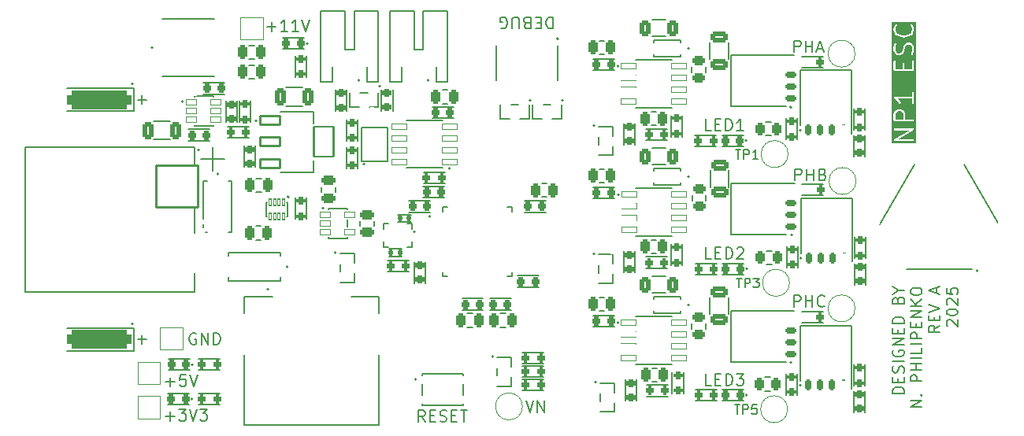
<source format=gto>
%TF.GenerationSoftware,KiCad,Pcbnew,8.0.9-8.0.9-0~ubuntu22.04.1*%
%TF.CreationDate,2025-12-20T23:57:42-07:00*%
%TF.ProjectId,ESC_KiCAD,4553435f-4b69-4434-9144-2e6b69636164,A*%
%TF.SameCoordinates,Original*%
%TF.FileFunction,Legend,Top*%
%TF.FilePolarity,Positive*%
%FSLAX46Y46*%
G04 Gerber Fmt 4.6, Leading zero omitted, Abs format (unit mm)*
G04 Created by KiCad (PCBNEW 8.0.9-8.0.9-0~ubuntu22.04.1) date 2025-12-20 23:57:42*
%MOMM*%
%LPD*%
G01*
G04 APERTURE LIST*
G04 Aperture macros list*
%AMRoundRect*
0 Rectangle with rounded corners*
0 $1 Rounding radius*
0 $2 $3 $4 $5 $6 $7 $8 $9 X,Y pos of 4 corners*
0 Add a 4 corners polygon primitive as box body*
4,1,4,$2,$3,$4,$5,$6,$7,$8,$9,$2,$3,0*
0 Add four circle primitives for the rounded corners*
1,1,$1+$1,$2,$3*
1,1,$1+$1,$4,$5*
1,1,$1+$1,$6,$7*
1,1,$1+$1,$8,$9*
0 Add four rect primitives between the rounded corners*
20,1,$1+$1,$2,$3,$4,$5,0*
20,1,$1+$1,$4,$5,$6,$7,0*
20,1,$1+$1,$6,$7,$8,$9,0*
20,1,$1+$1,$8,$9,$2,$3,0*%
%AMFreePoly0*
4,1,9,2.100000,-2.000000,2.350000,-2.000000,2.350000,-3.500000,-2.350000,-3.500000,-2.350000,-2.000000,-2.100000,-2.000000,-2.100000,1.100000,2.100000,1.100000,2.100000,-2.000000,2.100000,-2.000000,$1*%
G04 Aperture macros list end*
%ADD10C,0.152400*%
%ADD11C,0.200000*%
%ADD12C,0.176200*%
%ADD13C,0.120000*%
%ADD14C,0.100000*%
%ADD15RoundRect,0.061667X0.783333X0.308333X-0.783333X0.308333X-0.783333X-0.308333X0.783333X-0.308333X0*%
%ADD16R,0.800000X0.900000*%
%ADD17C,4.000000*%
%ADD18R,1.120000X2.880000*%
%ADD19RoundRect,0.066667X-0.133333X0.318333X-0.133333X-0.318333X0.133333X-0.318333X0.133333X0.318333X0*%
%ADD20RoundRect,0.102000X-1.075000X-1.625000X1.075000X-1.625000X1.075000X1.625000X-1.075000X1.625000X0*%
%ADD21RoundRect,0.102000X-1.075000X-0.475000X1.075000X-0.475000X1.075000X0.475000X-1.075000X0.475000X0*%
%ADD22RoundRect,0.061667X0.558333X-0.308333X0.558333X0.308333X-0.558333X0.308333X-0.558333X-0.308333X0*%
%ADD23O,2.804000X1.604000*%
%ADD24C,4.704000*%
%ADD25RoundRect,0.102000X2.250000X-2.250000X2.250000X2.250000X-2.250000X2.250000X-2.250000X-2.250000X0*%
%ADD26C,5.200000*%
%ADD27RoundRect,0.250000X0.450000X-0.262500X0.450000X0.262500X-0.450000X0.262500X-0.450000X-0.262500X0*%
%ADD28C,5.700000*%
%ADD29RoundRect,0.200000X0.200000X0.275000X-0.200000X0.275000X-0.200000X-0.275000X0.200000X-0.275000X0*%
%ADD30C,2.500000*%
%ADD31RoundRect,0.250000X0.650000X-0.325000X0.650000X0.325000X-0.650000X0.325000X-0.650000X-0.325000X0*%
%ADD32RoundRect,0.218750X0.218750X0.256250X-0.218750X0.256250X-0.218750X-0.256250X0.218750X-0.256250X0*%
%ADD33RoundRect,0.200000X0.275000X-0.200000X0.275000X0.200000X-0.275000X0.200000X-0.275000X-0.200000X0*%
%ADD34RoundRect,0.500000X-3.000000X-0.500000X3.000000X-0.500000X3.000000X0.500000X-3.000000X0.500000X0*%
%ADD35RoundRect,0.225000X-0.225000X-0.250000X0.225000X-0.250000X0.225000X0.250000X-0.225000X0.250000X0*%
%ADD36RoundRect,0.225000X-0.250000X0.225000X-0.250000X-0.225000X0.250000X-0.225000X0.250000X0.225000X0*%
%ADD37R,0.900000X0.800000*%
%ADD38RoundRect,0.250000X-0.250000X-0.475000X0.250000X-0.475000X0.250000X0.475000X-0.250000X0.475000X0*%
%ADD39RoundRect,0.200000X-0.200000X-0.275000X0.200000X-0.275000X0.200000X0.275000X-0.200000X0.275000X0*%
%ADD40O,1.000000X1.000000*%
%ADD41R,1.000000X1.000000*%
%ADD42RoundRect,0.250000X-0.312500X-0.625000X0.312500X-0.625000X0.312500X0.625000X-0.312500X0.625000X0*%
%ADD43FreePoly0,180.000000*%
%ADD44RoundRect,0.175000X0.175000X0.400000X-0.175000X0.400000X-0.175000X-0.400000X0.175000X-0.400000X0*%
%ADD45FreePoly0,270.000000*%
%ADD46RoundRect,0.175000X-0.400000X0.175000X-0.400000X-0.175000X0.400000X-0.175000X0.400000X0.175000X0*%
%ADD47R,0.304800X1.193800*%
%ADD48R,1.193800X0.304800*%
%ADD49RoundRect,0.250000X0.250000X0.475000X-0.250000X0.475000X-0.250000X-0.475000X0.250000X-0.475000X0*%
%ADD50RoundRect,0.250000X-0.325000X-0.650000X0.325000X-0.650000X0.325000X0.650000X-0.325000X0.650000X0*%
%ADD51RoundRect,0.225000X0.225000X0.250000X-0.225000X0.250000X-0.225000X-0.250000X0.225000X-0.250000X0*%
%ADD52RoundRect,0.200000X-0.275000X0.200000X-0.275000X-0.200000X0.275000X-0.200000X0.275000X0.200000X0*%
%ADD53RoundRect,0.250000X-0.262500X-0.450000X0.262500X-0.450000X0.262500X0.450000X-0.262500X0.450000X0*%
%ADD54RoundRect,0.140000X0.140000X0.170000X-0.140000X0.170000X-0.140000X-0.170000X0.140000X-0.170000X0*%
%ADD55RoundRect,0.250000X0.325000X0.650000X-0.325000X0.650000X-0.325000X-0.650000X0.325000X-0.650000X0*%
%ADD56R,1.900000X2.200000*%
%ADD57RoundRect,0.225000X0.250000X-0.225000X0.250000X0.225000X-0.250000X0.225000X-0.250000X-0.225000X0*%
%ADD58RoundRect,0.061667X-0.783333X-0.308333X0.783333X-0.308333X0.783333X0.308333X-0.783333X0.308333X0*%
%ADD59R,2.200000X5.700000*%
%ADD60O,1.300000X2.000000*%
%ADD61R,1.300000X2.000000*%
%ADD62R,2.000000X2.000000*%
%ADD63R,1.050000X0.650000*%
%ADD64RoundRect,0.250000X-0.475000X0.250000X-0.475000X-0.250000X0.475000X-0.250000X0.475000X0.250000X0*%
%ADD65RoundRect,0.250000X0.475000X-0.250000X0.475000X0.250000X-0.475000X0.250000X-0.475000X-0.250000X0*%
%ADD66R,0.900000X0.950000*%
%ADD67R,0.800000X2.400000*%
%ADD68R,1.200000X1.000000*%
%ADD69R,2.200000X1.900000*%
%ADD70C,0.600000*%
G04 APERTURE END LIST*
D10*
X171019310Y-109389098D02*
X171435977Y-110639098D01*
X171435977Y-110639098D02*
X171852643Y-109389098D01*
X172269311Y-110639098D02*
X172269311Y-109389098D01*
X172269311Y-109389098D02*
X172983596Y-110639098D01*
X172983596Y-110639098D02*
X172983596Y-109389098D01*
X160187767Y-111664098D02*
X159771101Y-111068860D01*
X159473482Y-111664098D02*
X159473482Y-110414098D01*
X159473482Y-110414098D02*
X159949672Y-110414098D01*
X159949672Y-110414098D02*
X160068720Y-110473622D01*
X160068720Y-110473622D02*
X160128243Y-110533146D01*
X160128243Y-110533146D02*
X160187767Y-110652194D01*
X160187767Y-110652194D02*
X160187767Y-110830765D01*
X160187767Y-110830765D02*
X160128243Y-110949813D01*
X160128243Y-110949813D02*
X160068720Y-111009336D01*
X160068720Y-111009336D02*
X159949672Y-111068860D01*
X159949672Y-111068860D02*
X159473482Y-111068860D01*
X160723482Y-111009336D02*
X161140148Y-111009336D01*
X161318720Y-111664098D02*
X160723482Y-111664098D01*
X160723482Y-111664098D02*
X160723482Y-110414098D01*
X160723482Y-110414098D02*
X161318720Y-110414098D01*
X161794910Y-111604575D02*
X161973481Y-111664098D01*
X161973481Y-111664098D02*
X162271100Y-111664098D01*
X162271100Y-111664098D02*
X162390148Y-111604575D01*
X162390148Y-111604575D02*
X162449672Y-111545051D01*
X162449672Y-111545051D02*
X162509195Y-111426003D01*
X162509195Y-111426003D02*
X162509195Y-111306955D01*
X162509195Y-111306955D02*
X162449672Y-111187908D01*
X162449672Y-111187908D02*
X162390148Y-111128384D01*
X162390148Y-111128384D02*
X162271100Y-111068860D01*
X162271100Y-111068860D02*
X162033005Y-111009336D01*
X162033005Y-111009336D02*
X161913957Y-110949813D01*
X161913957Y-110949813D02*
X161854434Y-110890289D01*
X161854434Y-110890289D02*
X161794910Y-110771241D01*
X161794910Y-110771241D02*
X161794910Y-110652194D01*
X161794910Y-110652194D02*
X161854434Y-110533146D01*
X161854434Y-110533146D02*
X161913957Y-110473622D01*
X161913957Y-110473622D02*
X162033005Y-110414098D01*
X162033005Y-110414098D02*
X162330624Y-110414098D01*
X162330624Y-110414098D02*
X162509195Y-110473622D01*
X163044910Y-111009336D02*
X163461576Y-111009336D01*
X163640148Y-111664098D02*
X163044910Y-111664098D01*
X163044910Y-111664098D02*
X163044910Y-110414098D01*
X163044910Y-110414098D02*
X163640148Y-110414098D01*
X163997290Y-110414098D02*
X164711576Y-110414098D01*
X164354433Y-111664098D02*
X164354433Y-110414098D01*
X193645501Y-96219694D02*
X194216929Y-96219694D01*
X193931215Y-97219694D02*
X193931215Y-96219694D01*
X194550263Y-97219694D02*
X194550263Y-96219694D01*
X194550263Y-96219694D02*
X194931215Y-96219694D01*
X194931215Y-96219694D02*
X195026453Y-96267313D01*
X195026453Y-96267313D02*
X195074072Y-96314932D01*
X195074072Y-96314932D02*
X195121691Y-96410170D01*
X195121691Y-96410170D02*
X195121691Y-96553027D01*
X195121691Y-96553027D02*
X195074072Y-96648265D01*
X195074072Y-96648265D02*
X195026453Y-96695884D01*
X195026453Y-96695884D02*
X194931215Y-96743503D01*
X194931215Y-96743503D02*
X194550263Y-96743503D01*
X195455025Y-96219694D02*
X196074072Y-96219694D01*
X196074072Y-96219694D02*
X195740739Y-96600646D01*
X195740739Y-96600646D02*
X195883596Y-96600646D01*
X195883596Y-96600646D02*
X195978834Y-96648265D01*
X195978834Y-96648265D02*
X196026453Y-96695884D01*
X196026453Y-96695884D02*
X196074072Y-96791122D01*
X196074072Y-96791122D02*
X196074072Y-97029217D01*
X196074072Y-97029217D02*
X196026453Y-97124455D01*
X196026453Y-97124455D02*
X195978834Y-97172075D01*
X195978834Y-97172075D02*
X195883596Y-97219694D01*
X195883596Y-97219694D02*
X195597882Y-97219694D01*
X195597882Y-97219694D02*
X195502644Y-97172075D01*
X195502644Y-97172075D02*
X195455025Y-97124455D01*
X193445501Y-109819694D02*
X194016929Y-109819694D01*
X193731215Y-110819694D02*
X193731215Y-109819694D01*
X194350263Y-110819694D02*
X194350263Y-109819694D01*
X194350263Y-109819694D02*
X194731215Y-109819694D01*
X194731215Y-109819694D02*
X194826453Y-109867313D01*
X194826453Y-109867313D02*
X194874072Y-109914932D01*
X194874072Y-109914932D02*
X194921691Y-110010170D01*
X194921691Y-110010170D02*
X194921691Y-110153027D01*
X194921691Y-110153027D02*
X194874072Y-110248265D01*
X194874072Y-110248265D02*
X194826453Y-110295884D01*
X194826453Y-110295884D02*
X194731215Y-110343503D01*
X194731215Y-110343503D02*
X194350263Y-110343503D01*
X195826453Y-109819694D02*
X195350263Y-109819694D01*
X195350263Y-109819694D02*
X195302644Y-110295884D01*
X195302644Y-110295884D02*
X195350263Y-110248265D01*
X195350263Y-110248265D02*
X195445501Y-110200646D01*
X195445501Y-110200646D02*
X195683596Y-110200646D01*
X195683596Y-110200646D02*
X195778834Y-110248265D01*
X195778834Y-110248265D02*
X195826453Y-110295884D01*
X195826453Y-110295884D02*
X195874072Y-110391122D01*
X195874072Y-110391122D02*
X195874072Y-110629217D01*
X195874072Y-110629217D02*
X195826453Y-110724455D01*
X195826453Y-110724455D02*
X195778834Y-110772075D01*
X195778834Y-110772075D02*
X195683596Y-110819694D01*
X195683596Y-110819694D02*
X195445501Y-110819694D01*
X195445501Y-110819694D02*
X195350263Y-110772075D01*
X195350263Y-110772075D02*
X195302644Y-110724455D01*
X190974070Y-107739098D02*
X190378832Y-107739098D01*
X190378832Y-107739098D02*
X190378832Y-106489098D01*
X191390737Y-107084336D02*
X191807403Y-107084336D01*
X191985975Y-107739098D02*
X191390737Y-107739098D01*
X191390737Y-107739098D02*
X191390737Y-106489098D01*
X191390737Y-106489098D02*
X191985975Y-106489098D01*
X192521689Y-107739098D02*
X192521689Y-106489098D01*
X192521689Y-106489098D02*
X192819308Y-106489098D01*
X192819308Y-106489098D02*
X192997879Y-106548622D01*
X192997879Y-106548622D02*
X193116927Y-106667670D01*
X193116927Y-106667670D02*
X193176450Y-106786717D01*
X193176450Y-106786717D02*
X193235974Y-107024813D01*
X193235974Y-107024813D02*
X193235974Y-107203384D01*
X193235974Y-107203384D02*
X193176450Y-107441479D01*
X193176450Y-107441479D02*
X193116927Y-107560527D01*
X193116927Y-107560527D02*
X192997879Y-107679575D01*
X192997879Y-107679575D02*
X192819308Y-107739098D01*
X192819308Y-107739098D02*
X192521689Y-107739098D01*
X193652641Y-106489098D02*
X194426450Y-106489098D01*
X194426450Y-106489098D02*
X194009784Y-106965289D01*
X194009784Y-106965289D02*
X194188355Y-106965289D01*
X194188355Y-106965289D02*
X194307403Y-107024813D01*
X194307403Y-107024813D02*
X194366927Y-107084336D01*
X194366927Y-107084336D02*
X194426450Y-107203384D01*
X194426450Y-107203384D02*
X194426450Y-107501003D01*
X194426450Y-107501003D02*
X194366927Y-107620051D01*
X194366927Y-107620051D02*
X194307403Y-107679575D01*
X194307403Y-107679575D02*
X194188355Y-107739098D01*
X194188355Y-107739098D02*
X193831212Y-107739098D01*
X193831212Y-107739098D02*
X193712165Y-107679575D01*
X193712165Y-107679575D02*
X193652641Y-107620051D01*
D11*
G36*
X211442745Y-78282186D02*
G01*
X211515033Y-78354473D01*
X211592457Y-78509321D01*
X211592457Y-79147619D01*
X210744838Y-79147619D01*
X210744838Y-78509321D01*
X210822261Y-78354475D01*
X210894550Y-78282185D01*
X211049398Y-78204762D01*
X211287897Y-78204762D01*
X211442745Y-78282186D01*
G37*
G36*
X212967060Y-81665079D02*
G01*
X210322616Y-81665079D01*
X210322616Y-81335872D01*
X210545082Y-81335872D01*
X210546759Y-81349065D01*
X210546759Y-81362366D01*
X210549198Y-81368254D01*
X210550002Y-81374579D01*
X210556602Y-81386128D01*
X210561691Y-81398414D01*
X210566198Y-81402921D01*
X210569361Y-81408456D01*
X210579875Y-81416598D01*
X210589281Y-81426004D01*
X210595171Y-81428443D01*
X210600210Y-81432346D01*
X210613038Y-81435844D01*
X210625329Y-81440936D01*
X210635306Y-81441918D01*
X210637853Y-81442613D01*
X210639820Y-81442362D01*
X210644838Y-81442857D01*
X212644838Y-81442857D01*
X212664347Y-81440936D01*
X212700395Y-81426004D01*
X212727985Y-81398414D01*
X212742917Y-81362366D01*
X212742917Y-81323348D01*
X212727985Y-81287300D01*
X212700395Y-81259710D01*
X212664347Y-81244778D01*
X212644838Y-81242857D01*
X211021394Y-81242857D01*
X212694452Y-80286824D01*
X212698562Y-80283905D01*
X212700395Y-80283147D01*
X212702261Y-80281280D01*
X212710437Y-80275477D01*
X212718579Y-80264962D01*
X212727985Y-80255557D01*
X212730424Y-80249666D01*
X212734327Y-80244628D01*
X212737825Y-80231799D01*
X212742917Y-80219509D01*
X212742917Y-80213133D01*
X212744594Y-80206985D01*
X212742917Y-80193794D01*
X212742917Y-80180491D01*
X212740476Y-80174599D01*
X212739673Y-80168278D01*
X212733075Y-80156732D01*
X212727985Y-80144443D01*
X212723477Y-80139935D01*
X212720315Y-80134401D01*
X212709800Y-80126258D01*
X212700395Y-80116853D01*
X212694504Y-80114413D01*
X212689466Y-80110511D01*
X212676638Y-80107012D01*
X212664347Y-80101921D01*
X212654367Y-80100938D01*
X212651822Y-80100244D01*
X212649855Y-80100494D01*
X212644838Y-80100000D01*
X210644838Y-80100000D01*
X210625329Y-80101921D01*
X210589281Y-80116853D01*
X210561691Y-80144443D01*
X210546759Y-80180491D01*
X210546759Y-80219509D01*
X210561691Y-80255557D01*
X210589281Y-80283147D01*
X210625329Y-80298079D01*
X210644838Y-80300000D01*
X212268282Y-80300000D01*
X210595224Y-81256033D01*
X210591113Y-81258951D01*
X210589281Y-81259710D01*
X210587414Y-81261576D01*
X210579239Y-81267380D01*
X210571096Y-81277894D01*
X210561691Y-81287300D01*
X210559251Y-81293190D01*
X210555349Y-81298229D01*
X210551850Y-81311057D01*
X210546759Y-81323348D01*
X210546759Y-81329723D01*
X210545082Y-81335872D01*
X210322616Y-81335872D01*
X210322616Y-78485714D01*
X210544838Y-78485714D01*
X210544838Y-79247619D01*
X210546759Y-79267128D01*
X210561691Y-79303176D01*
X210589281Y-79330766D01*
X210625329Y-79345698D01*
X210644838Y-79347619D01*
X212644838Y-79347619D01*
X212664347Y-79345698D01*
X212700395Y-79330766D01*
X212727985Y-79303176D01*
X212742917Y-79267128D01*
X212742917Y-79228110D01*
X212727985Y-79192062D01*
X212700395Y-79164472D01*
X212664347Y-79149540D01*
X212644838Y-79147619D01*
X211792457Y-79147619D01*
X211792457Y-78485714D01*
X211790536Y-78466205D01*
X211789160Y-78462884D01*
X211788906Y-78459301D01*
X211781900Y-78440993D01*
X211686662Y-78250517D01*
X211681376Y-78242120D01*
X211680366Y-78239680D01*
X211678112Y-78236933D01*
X211676219Y-78233926D01*
X211674223Y-78232195D01*
X211667930Y-78224527D01*
X211572690Y-78129289D01*
X211565023Y-78122996D01*
X211563292Y-78121000D01*
X211560283Y-78119106D01*
X211557537Y-78116852D01*
X211555096Y-78115841D01*
X211546702Y-78110557D01*
X211356225Y-78015319D01*
X211337917Y-78008313D01*
X211334333Y-78008058D01*
X211331013Y-78006683D01*
X211311504Y-78004762D01*
X211025790Y-78004762D01*
X211006281Y-78006683D01*
X211002960Y-78008058D01*
X210999377Y-78008313D01*
X210981069Y-78015319D01*
X210790593Y-78110557D01*
X210782194Y-78115843D01*
X210779757Y-78116853D01*
X210777013Y-78119104D01*
X210774002Y-78121000D01*
X210772269Y-78122997D01*
X210764603Y-78129289D01*
X210669365Y-78224527D01*
X210663073Y-78232193D01*
X210661076Y-78233926D01*
X210659180Y-78236937D01*
X210656929Y-78239681D01*
X210655919Y-78242117D01*
X210650633Y-78250516D01*
X210555395Y-78440993D01*
X210548389Y-78459301D01*
X210548134Y-78462884D01*
X210546759Y-78466205D01*
X210544838Y-78485714D01*
X210322616Y-78485714D01*
X210322616Y-76771534D01*
X210544838Y-76771534D01*
X210546759Y-76781139D01*
X210546759Y-76790938D01*
X210550548Y-76800086D01*
X210552490Y-76809794D01*
X210557941Y-76817934D01*
X210561691Y-76826986D01*
X210568690Y-76833985D01*
X210574201Y-76842214D01*
X210589207Y-76854502D01*
X210589281Y-76854576D01*
X210589313Y-76854589D01*
X210589368Y-76854634D01*
X210866841Y-77039616D01*
X211038841Y-77211616D01*
X211126823Y-77387579D01*
X211137266Y-77404169D01*
X211166743Y-77429733D01*
X211203759Y-77442072D01*
X211242679Y-77439307D01*
X211277578Y-77421857D01*
X211303142Y-77392380D01*
X211315481Y-77355365D01*
X211312715Y-77316444D01*
X211305709Y-77298136D01*
X211210471Y-77107660D01*
X211205184Y-77099261D01*
X211204175Y-77096824D01*
X211201923Y-77094081D01*
X211200028Y-77091069D01*
X211198029Y-77089335D01*
X211191739Y-77081671D01*
X211001263Y-76891194D01*
X211001208Y-76891149D01*
X211001189Y-76891120D01*
X210993640Y-76884938D01*
X210986109Y-76878758D01*
X210986076Y-76878744D01*
X210986022Y-76878700D01*
X210975116Y-76871429D01*
X212544838Y-76871429D01*
X212544838Y-77342857D01*
X212546759Y-77362366D01*
X212561691Y-77398414D01*
X212589281Y-77426004D01*
X212625329Y-77440936D01*
X212664347Y-77440936D01*
X212700395Y-77426004D01*
X212727985Y-77398414D01*
X212742917Y-77362366D01*
X212744838Y-77342857D01*
X212744838Y-76200000D01*
X212742917Y-76180491D01*
X212727985Y-76144443D01*
X212700395Y-76116853D01*
X212664347Y-76101921D01*
X212625329Y-76101921D01*
X212589281Y-76116853D01*
X212561691Y-76144443D01*
X212546759Y-76180491D01*
X212544838Y-76200000D01*
X212544838Y-76671429D01*
X210644838Y-76671429D01*
X210644767Y-76671435D01*
X210644733Y-76671429D01*
X210644631Y-76671449D01*
X210625329Y-76673350D01*
X210616180Y-76677139D01*
X210606473Y-76679081D01*
X210598332Y-76684532D01*
X210589281Y-76688282D01*
X210582281Y-76695281D01*
X210574053Y-76700792D01*
X210568617Y-76708945D01*
X210561691Y-76715872D01*
X210557902Y-76725018D01*
X210552410Y-76733257D01*
X210550508Y-76742867D01*
X210546759Y-76751920D01*
X210546759Y-76761823D01*
X210544838Y-76771534D01*
X210322616Y-76771534D01*
X210322616Y-72866666D01*
X210544838Y-72866666D01*
X210544838Y-73819047D01*
X210546759Y-73838556D01*
X210561691Y-73874604D01*
X210589281Y-73902194D01*
X210625329Y-73917126D01*
X210644838Y-73919047D01*
X212644838Y-73919047D01*
X212664347Y-73917126D01*
X212700395Y-73902194D01*
X212727985Y-73874604D01*
X212742917Y-73838556D01*
X212744838Y-73819047D01*
X212744838Y-72866666D01*
X212742917Y-72847157D01*
X212727985Y-72811109D01*
X212700395Y-72783519D01*
X212664347Y-72768587D01*
X212625329Y-72768587D01*
X212589281Y-72783519D01*
X212561691Y-72811109D01*
X212546759Y-72847157D01*
X212544838Y-72866666D01*
X212544838Y-73719047D01*
X211697219Y-73719047D01*
X211697219Y-73152380D01*
X211695298Y-73132871D01*
X211680366Y-73096823D01*
X211652776Y-73069233D01*
X211616728Y-73054301D01*
X211577710Y-73054301D01*
X211541662Y-73069233D01*
X211514072Y-73096823D01*
X211499140Y-73132871D01*
X211497219Y-73152380D01*
X211497219Y-73719047D01*
X210744838Y-73719047D01*
X210744838Y-72866666D01*
X210742917Y-72847157D01*
X210727985Y-72811109D01*
X210700395Y-72783519D01*
X210664347Y-72768587D01*
X210625329Y-72768587D01*
X210589281Y-72783519D01*
X210561691Y-72811109D01*
X210546759Y-72847157D01*
X210544838Y-72866666D01*
X210322616Y-72866666D01*
X210322616Y-71247618D01*
X210544838Y-71247618D01*
X210544838Y-71723809D01*
X210546759Y-71743318D01*
X210548134Y-71746638D01*
X210548389Y-71750222D01*
X210555395Y-71768530D01*
X210650633Y-71959007D01*
X210655919Y-71967405D01*
X210656929Y-71969842D01*
X210659180Y-71972585D01*
X210661076Y-71975597D01*
X210663073Y-71977329D01*
X210669365Y-71984996D01*
X210764603Y-72080234D01*
X210772269Y-72086525D01*
X210774002Y-72088523D01*
X210777013Y-72090418D01*
X210779757Y-72092670D01*
X210782194Y-72093679D01*
X210790593Y-72098966D01*
X210981069Y-72194204D01*
X210999377Y-72201210D01*
X211002960Y-72201464D01*
X211006281Y-72202840D01*
X211025790Y-72204761D01*
X211216266Y-72204761D01*
X211235775Y-72202840D01*
X211239095Y-72201464D01*
X211242679Y-72201210D01*
X211260987Y-72194204D01*
X211451464Y-72098966D01*
X211459862Y-72093679D01*
X211462299Y-72092670D01*
X211465042Y-72090418D01*
X211468054Y-72088523D01*
X211469786Y-72086525D01*
X211477453Y-72080234D01*
X211572691Y-71984996D01*
X211578982Y-71977329D01*
X211580980Y-71975597D01*
X211582875Y-71972585D01*
X211585127Y-71969842D01*
X211586136Y-71967405D01*
X211591423Y-71959007D01*
X211686661Y-71768531D01*
X211687206Y-71767105D01*
X211687638Y-71766523D01*
X211690565Y-71758329D01*
X211693668Y-71750222D01*
X211693719Y-71749501D01*
X211694233Y-71748063D01*
X211786808Y-71377759D01*
X211869880Y-71211617D01*
X211942169Y-71139327D01*
X212097017Y-71061904D01*
X212240278Y-71061904D01*
X212395126Y-71139328D01*
X212467414Y-71211615D01*
X212544838Y-71366463D01*
X212544838Y-71802820D01*
X212454732Y-72073138D01*
X212450385Y-72092254D01*
X212453151Y-72131174D01*
X212470601Y-72166073D01*
X212500077Y-72191638D01*
X212537093Y-72203976D01*
X212576013Y-72201210D01*
X212610912Y-72183760D01*
X212636477Y-72154284D01*
X212644468Y-72136384D01*
X212739706Y-71850670D01*
X212741905Y-71840998D01*
X212742917Y-71838556D01*
X212743265Y-71835017D01*
X212744053Y-71831554D01*
X212743865Y-71828920D01*
X212744838Y-71819047D01*
X212744838Y-71342856D01*
X212742917Y-71323347D01*
X212741541Y-71320026D01*
X212741287Y-71316443D01*
X212734281Y-71298135D01*
X212639043Y-71107659D01*
X212633757Y-71099262D01*
X212632747Y-71096822D01*
X212630493Y-71094075D01*
X212628600Y-71091068D01*
X212626604Y-71089337D01*
X212620311Y-71081669D01*
X212525071Y-70986431D01*
X212517404Y-70980138D01*
X212515673Y-70978142D01*
X212512664Y-70976248D01*
X212509918Y-70973994D01*
X212507477Y-70972983D01*
X212499083Y-70967699D01*
X212308606Y-70872461D01*
X212290298Y-70865455D01*
X212286714Y-70865200D01*
X212283394Y-70863825D01*
X212263885Y-70861904D01*
X212073409Y-70861904D01*
X212053900Y-70863825D01*
X212050579Y-70865200D01*
X212046996Y-70865455D01*
X212028688Y-70872461D01*
X211838212Y-70967699D01*
X211829813Y-70972985D01*
X211827376Y-70973995D01*
X211824632Y-70976246D01*
X211821621Y-70978142D01*
X211819888Y-70980139D01*
X211812222Y-70986431D01*
X211716984Y-71081669D01*
X211710692Y-71089335D01*
X211708695Y-71091068D01*
X211706799Y-71094079D01*
X211704548Y-71096823D01*
X211703538Y-71099259D01*
X211698252Y-71107658D01*
X211603014Y-71298135D01*
X211602468Y-71299561D01*
X211602038Y-71300142D01*
X211599116Y-71308318D01*
X211596008Y-71316443D01*
X211595956Y-71317165D01*
X211595443Y-71318603D01*
X211502868Y-71688902D01*
X211419794Y-71855048D01*
X211347505Y-71927338D01*
X211192659Y-72004761D01*
X211049398Y-72004761D01*
X210894550Y-71927337D01*
X210822261Y-71855048D01*
X210744838Y-71700202D01*
X210744838Y-71263845D01*
X210834944Y-70993527D01*
X210839291Y-70974411D01*
X210836525Y-70935491D01*
X210819075Y-70900592D01*
X210789599Y-70875027D01*
X210752583Y-70862689D01*
X210713663Y-70865455D01*
X210678764Y-70882905D01*
X210653199Y-70912381D01*
X210645208Y-70930281D01*
X210549970Y-71215995D01*
X210547770Y-71225666D01*
X210546759Y-71228109D01*
X210546410Y-71231647D01*
X210545623Y-71235111D01*
X210545810Y-71237744D01*
X210544838Y-71247618D01*
X210322616Y-71247618D01*
X210322616Y-69342856D01*
X210544838Y-69342856D01*
X210544838Y-69533332D01*
X210545810Y-69543205D01*
X210545623Y-69545839D01*
X210546410Y-69549302D01*
X210546759Y-69552841D01*
X210547770Y-69555283D01*
X210549970Y-69564955D01*
X210645208Y-69850670D01*
X210653199Y-69868570D01*
X210655554Y-69871285D01*
X210656929Y-69874604D01*
X210669365Y-69889758D01*
X210859842Y-70080234D01*
X210867506Y-70086524D01*
X210869240Y-70088523D01*
X210872252Y-70090418D01*
X210874995Y-70092670D01*
X210877432Y-70093679D01*
X210885831Y-70098966D01*
X211076307Y-70194204D01*
X211077733Y-70194749D01*
X211078314Y-70195180D01*
X211086496Y-70198103D01*
X211094615Y-70201210D01*
X211095335Y-70201261D01*
X211096774Y-70201775D01*
X211477726Y-70297013D01*
X211481107Y-70297513D01*
X211482471Y-70298078D01*
X211489821Y-70298801D01*
X211497119Y-70299881D01*
X211498577Y-70299663D01*
X211501980Y-70299999D01*
X211787695Y-70299999D01*
X211791097Y-70299663D01*
X211792556Y-70299881D01*
X211799853Y-70298801D01*
X211807204Y-70298078D01*
X211808567Y-70297513D01*
X211811949Y-70297013D01*
X212192900Y-70201775D01*
X212194337Y-70201261D01*
X212195060Y-70201210D01*
X212203184Y-70198101D01*
X212211361Y-70195180D01*
X212211941Y-70194749D01*
X212213368Y-70194204D01*
X212403845Y-70098966D01*
X212412243Y-70093679D01*
X212414680Y-70092670D01*
X212417422Y-70090419D01*
X212420435Y-70088523D01*
X212422168Y-70086524D01*
X212429833Y-70080234D01*
X212620310Y-69889758D01*
X212632747Y-69874605D01*
X212634122Y-69871285D01*
X212636477Y-69868570D01*
X212644468Y-69850670D01*
X212739706Y-69564955D01*
X212741905Y-69555283D01*
X212742917Y-69552841D01*
X212743265Y-69549302D01*
X212744053Y-69545839D01*
X212743865Y-69543205D01*
X212744838Y-69533332D01*
X212744838Y-69342856D01*
X212743865Y-69332982D01*
X212744053Y-69330349D01*
X212743265Y-69326885D01*
X212742917Y-69323347D01*
X212741905Y-69320904D01*
X212739706Y-69311233D01*
X212644468Y-69025519D01*
X212636477Y-69007619D01*
X212634122Y-69004903D01*
X212632747Y-69001584D01*
X212620311Y-68986431D01*
X212525071Y-68891193D01*
X212509918Y-68878756D01*
X212473870Y-68863825D01*
X212434851Y-68863826D01*
X212398803Y-68878757D01*
X212371213Y-68906347D01*
X212356282Y-68942395D01*
X212356283Y-68981414D01*
X212371214Y-69017462D01*
X212383651Y-69032615D01*
X212462197Y-69111160D01*
X212544838Y-69359083D01*
X212544838Y-69517105D01*
X212462197Y-69765027D01*
X212299888Y-69927337D01*
X212133743Y-70010409D01*
X211775385Y-70099999D01*
X211514289Y-70099999D01*
X211155933Y-70010409D01*
X210989787Y-69927336D01*
X210827478Y-69765027D01*
X210744838Y-69517105D01*
X210744838Y-69359083D01*
X210827478Y-69111161D01*
X210906025Y-69032615D01*
X210918461Y-69017461D01*
X210933393Y-68981413D01*
X210933393Y-68942395D01*
X210918461Y-68906347D01*
X210890871Y-68878757D01*
X210854823Y-68863825D01*
X210815805Y-68863825D01*
X210779757Y-68878757D01*
X210764603Y-68891193D01*
X210669365Y-68986431D01*
X210656929Y-69001585D01*
X210655554Y-69004903D01*
X210653199Y-69007619D01*
X210645208Y-69025519D01*
X210549970Y-69311233D01*
X210547770Y-69320904D01*
X210546759Y-69323347D01*
X210546410Y-69326885D01*
X210545623Y-69330349D01*
X210545810Y-69332982D01*
X210544838Y-69342856D01*
X210322616Y-69342856D01*
X210322616Y-68641603D01*
X212967060Y-68641603D01*
X212967060Y-81665079D01*
G37*
D10*
X132310382Y-107362908D02*
X133262763Y-107362908D01*
X132786572Y-107839098D02*
X132786572Y-106886717D01*
X134453239Y-106589098D02*
X133858001Y-106589098D01*
X133858001Y-106589098D02*
X133798477Y-107184336D01*
X133798477Y-107184336D02*
X133858001Y-107124813D01*
X133858001Y-107124813D02*
X133977048Y-107065289D01*
X133977048Y-107065289D02*
X134274667Y-107065289D01*
X134274667Y-107065289D02*
X134393715Y-107124813D01*
X134393715Y-107124813D02*
X134453239Y-107184336D01*
X134453239Y-107184336D02*
X134512762Y-107303384D01*
X134512762Y-107303384D02*
X134512762Y-107601003D01*
X134512762Y-107601003D02*
X134453239Y-107720051D01*
X134453239Y-107720051D02*
X134393715Y-107779575D01*
X134393715Y-107779575D02*
X134274667Y-107839098D01*
X134274667Y-107839098D02*
X133977048Y-107839098D01*
X133977048Y-107839098D02*
X133858001Y-107779575D01*
X133858001Y-107779575D02*
X133798477Y-107720051D01*
X134869905Y-106589098D02*
X135286572Y-107839098D01*
X135286572Y-107839098D02*
X135703238Y-106589098D01*
X135552643Y-102148622D02*
X135433596Y-102089098D01*
X135433596Y-102089098D02*
X135255024Y-102089098D01*
X135255024Y-102089098D02*
X135076453Y-102148622D01*
X135076453Y-102148622D02*
X134957405Y-102267670D01*
X134957405Y-102267670D02*
X134897882Y-102386717D01*
X134897882Y-102386717D02*
X134838358Y-102624813D01*
X134838358Y-102624813D02*
X134838358Y-102803384D01*
X134838358Y-102803384D02*
X134897882Y-103041479D01*
X134897882Y-103041479D02*
X134957405Y-103160527D01*
X134957405Y-103160527D02*
X135076453Y-103279575D01*
X135076453Y-103279575D02*
X135255024Y-103339098D01*
X135255024Y-103339098D02*
X135374072Y-103339098D01*
X135374072Y-103339098D02*
X135552643Y-103279575D01*
X135552643Y-103279575D02*
X135612167Y-103220051D01*
X135612167Y-103220051D02*
X135612167Y-102803384D01*
X135612167Y-102803384D02*
X135374072Y-102803384D01*
X136147882Y-103339098D02*
X136147882Y-102089098D01*
X136147882Y-102089098D02*
X136862167Y-103339098D01*
X136862167Y-103339098D02*
X136862167Y-102089098D01*
X137457406Y-103339098D02*
X137457406Y-102089098D01*
X137457406Y-102089098D02*
X137755025Y-102089098D01*
X137755025Y-102089098D02*
X137933596Y-102148622D01*
X137933596Y-102148622D02*
X138052644Y-102267670D01*
X138052644Y-102267670D02*
X138112167Y-102386717D01*
X138112167Y-102386717D02*
X138171691Y-102624813D01*
X138171691Y-102624813D02*
X138171691Y-102803384D01*
X138171691Y-102803384D02*
X138112167Y-103041479D01*
X138112167Y-103041479D02*
X138052644Y-103160527D01*
X138052644Y-103160527D02*
X137933596Y-103279575D01*
X137933596Y-103279575D02*
X137755025Y-103339098D01*
X137755025Y-103339098D02*
X137457406Y-103339098D01*
X132297882Y-111062908D02*
X133250263Y-111062908D01*
X132774072Y-111539098D02*
X132774072Y-110586717D01*
X133726453Y-110289098D02*
X134500262Y-110289098D01*
X134500262Y-110289098D02*
X134083596Y-110765289D01*
X134083596Y-110765289D02*
X134262167Y-110765289D01*
X134262167Y-110765289D02*
X134381215Y-110824813D01*
X134381215Y-110824813D02*
X134440739Y-110884336D01*
X134440739Y-110884336D02*
X134500262Y-111003384D01*
X134500262Y-111003384D02*
X134500262Y-111301003D01*
X134500262Y-111301003D02*
X134440739Y-111420051D01*
X134440739Y-111420051D02*
X134381215Y-111479575D01*
X134381215Y-111479575D02*
X134262167Y-111539098D01*
X134262167Y-111539098D02*
X133905024Y-111539098D01*
X133905024Y-111539098D02*
X133785977Y-111479575D01*
X133785977Y-111479575D02*
X133726453Y-111420051D01*
X134857405Y-110289098D02*
X135274072Y-111539098D01*
X135274072Y-111539098D02*
X135690738Y-110289098D01*
X135988358Y-110289098D02*
X136762167Y-110289098D01*
X136762167Y-110289098D02*
X136345501Y-110765289D01*
X136345501Y-110765289D02*
X136524072Y-110765289D01*
X136524072Y-110765289D02*
X136643120Y-110824813D01*
X136643120Y-110824813D02*
X136702644Y-110884336D01*
X136702644Y-110884336D02*
X136762167Y-111003384D01*
X136762167Y-111003384D02*
X136762167Y-111301003D01*
X136762167Y-111301003D02*
X136702644Y-111420051D01*
X136702644Y-111420051D02*
X136643120Y-111479575D01*
X136643120Y-111479575D02*
X136524072Y-111539098D01*
X136524072Y-111539098D02*
X136166929Y-111539098D01*
X136166929Y-111539098D02*
X136047882Y-111479575D01*
X136047882Y-111479575D02*
X135988358Y-111420051D01*
X211649418Y-108600262D02*
X210449418Y-108600262D01*
X210449418Y-108600262D02*
X210449418Y-108314548D01*
X210449418Y-108314548D02*
X210506561Y-108143119D01*
X210506561Y-108143119D02*
X210620847Y-108028834D01*
X210620847Y-108028834D02*
X210735133Y-107971691D01*
X210735133Y-107971691D02*
X210963704Y-107914548D01*
X210963704Y-107914548D02*
X211135133Y-107914548D01*
X211135133Y-107914548D02*
X211363704Y-107971691D01*
X211363704Y-107971691D02*
X211477990Y-108028834D01*
X211477990Y-108028834D02*
X211592276Y-108143119D01*
X211592276Y-108143119D02*
X211649418Y-108314548D01*
X211649418Y-108314548D02*
X211649418Y-108600262D01*
X211020847Y-107400262D02*
X211020847Y-107000262D01*
X211649418Y-106828834D02*
X211649418Y-107400262D01*
X211649418Y-107400262D02*
X210449418Y-107400262D01*
X210449418Y-107400262D02*
X210449418Y-106828834D01*
X211592276Y-106371691D02*
X211649418Y-106200263D01*
X211649418Y-106200263D02*
X211649418Y-105914548D01*
X211649418Y-105914548D02*
X211592276Y-105800263D01*
X211592276Y-105800263D02*
X211535133Y-105743120D01*
X211535133Y-105743120D02*
X211420847Y-105685977D01*
X211420847Y-105685977D02*
X211306561Y-105685977D01*
X211306561Y-105685977D02*
X211192276Y-105743120D01*
X211192276Y-105743120D02*
X211135133Y-105800263D01*
X211135133Y-105800263D02*
X211077990Y-105914548D01*
X211077990Y-105914548D02*
X211020847Y-106143120D01*
X211020847Y-106143120D02*
X210963704Y-106257405D01*
X210963704Y-106257405D02*
X210906561Y-106314548D01*
X210906561Y-106314548D02*
X210792276Y-106371691D01*
X210792276Y-106371691D02*
X210677990Y-106371691D01*
X210677990Y-106371691D02*
X210563704Y-106314548D01*
X210563704Y-106314548D02*
X210506561Y-106257405D01*
X210506561Y-106257405D02*
X210449418Y-106143120D01*
X210449418Y-106143120D02*
X210449418Y-105857405D01*
X210449418Y-105857405D02*
X210506561Y-105685977D01*
X211649418Y-105171691D02*
X210449418Y-105171691D01*
X210506561Y-103971691D02*
X210449418Y-104085977D01*
X210449418Y-104085977D02*
X210449418Y-104257405D01*
X210449418Y-104257405D02*
X210506561Y-104428834D01*
X210506561Y-104428834D02*
X210620847Y-104543119D01*
X210620847Y-104543119D02*
X210735133Y-104600262D01*
X210735133Y-104600262D02*
X210963704Y-104657405D01*
X210963704Y-104657405D02*
X211135133Y-104657405D01*
X211135133Y-104657405D02*
X211363704Y-104600262D01*
X211363704Y-104600262D02*
X211477990Y-104543119D01*
X211477990Y-104543119D02*
X211592276Y-104428834D01*
X211592276Y-104428834D02*
X211649418Y-104257405D01*
X211649418Y-104257405D02*
X211649418Y-104143119D01*
X211649418Y-104143119D02*
X211592276Y-103971691D01*
X211592276Y-103971691D02*
X211535133Y-103914548D01*
X211535133Y-103914548D02*
X211135133Y-103914548D01*
X211135133Y-103914548D02*
X211135133Y-104143119D01*
X211649418Y-103400262D02*
X210449418Y-103400262D01*
X210449418Y-103400262D02*
X211649418Y-102714548D01*
X211649418Y-102714548D02*
X210449418Y-102714548D01*
X211020847Y-102143119D02*
X211020847Y-101743119D01*
X211649418Y-101571691D02*
X211649418Y-102143119D01*
X211649418Y-102143119D02*
X210449418Y-102143119D01*
X210449418Y-102143119D02*
X210449418Y-101571691D01*
X211649418Y-101057405D02*
X210449418Y-101057405D01*
X210449418Y-101057405D02*
X210449418Y-100771691D01*
X210449418Y-100771691D02*
X210506561Y-100600262D01*
X210506561Y-100600262D02*
X210620847Y-100485977D01*
X210620847Y-100485977D02*
X210735133Y-100428834D01*
X210735133Y-100428834D02*
X210963704Y-100371691D01*
X210963704Y-100371691D02*
X211135133Y-100371691D01*
X211135133Y-100371691D02*
X211363704Y-100428834D01*
X211363704Y-100428834D02*
X211477990Y-100485977D01*
X211477990Y-100485977D02*
X211592276Y-100600262D01*
X211592276Y-100600262D02*
X211649418Y-100771691D01*
X211649418Y-100771691D02*
X211649418Y-101057405D01*
X211020847Y-98543119D02*
X211077990Y-98371691D01*
X211077990Y-98371691D02*
X211135133Y-98314548D01*
X211135133Y-98314548D02*
X211249418Y-98257405D01*
X211249418Y-98257405D02*
X211420847Y-98257405D01*
X211420847Y-98257405D02*
X211535133Y-98314548D01*
X211535133Y-98314548D02*
X211592276Y-98371691D01*
X211592276Y-98371691D02*
X211649418Y-98485976D01*
X211649418Y-98485976D02*
X211649418Y-98943119D01*
X211649418Y-98943119D02*
X210449418Y-98943119D01*
X210449418Y-98943119D02*
X210449418Y-98543119D01*
X210449418Y-98543119D02*
X210506561Y-98428834D01*
X210506561Y-98428834D02*
X210563704Y-98371691D01*
X210563704Y-98371691D02*
X210677990Y-98314548D01*
X210677990Y-98314548D02*
X210792276Y-98314548D01*
X210792276Y-98314548D02*
X210906561Y-98371691D01*
X210906561Y-98371691D02*
X210963704Y-98428834D01*
X210963704Y-98428834D02*
X211020847Y-98543119D01*
X211020847Y-98543119D02*
X211020847Y-98943119D01*
X211077990Y-97514548D02*
X211649418Y-97514548D01*
X210449418Y-97914548D02*
X211077990Y-97514548D01*
X211077990Y-97514548D02*
X210449418Y-97114548D01*
X213581351Y-110028836D02*
X212381351Y-110028836D01*
X212381351Y-110028836D02*
X213581351Y-109343122D01*
X213581351Y-109343122D02*
X212381351Y-109343122D01*
X213467066Y-108771693D02*
X213524209Y-108714550D01*
X213524209Y-108714550D02*
X213581351Y-108771693D01*
X213581351Y-108771693D02*
X213524209Y-108828836D01*
X213524209Y-108828836D02*
X213467066Y-108771693D01*
X213467066Y-108771693D02*
X213581351Y-108771693D01*
X213581351Y-107285978D02*
X212381351Y-107285978D01*
X212381351Y-107285978D02*
X212381351Y-106828835D01*
X212381351Y-106828835D02*
X212438494Y-106714550D01*
X212438494Y-106714550D02*
X212495637Y-106657407D01*
X212495637Y-106657407D02*
X212609923Y-106600264D01*
X212609923Y-106600264D02*
X212781351Y-106600264D01*
X212781351Y-106600264D02*
X212895637Y-106657407D01*
X212895637Y-106657407D02*
X212952780Y-106714550D01*
X212952780Y-106714550D02*
X213009923Y-106828835D01*
X213009923Y-106828835D02*
X213009923Y-107285978D01*
X213581351Y-106085978D02*
X212381351Y-106085978D01*
X212952780Y-106085978D02*
X212952780Y-105400264D01*
X213581351Y-105400264D02*
X212381351Y-105400264D01*
X213581351Y-104828835D02*
X212381351Y-104828835D01*
X213581351Y-103685978D02*
X213581351Y-104257406D01*
X213581351Y-104257406D02*
X212381351Y-104257406D01*
X213581351Y-103285977D02*
X212381351Y-103285977D01*
X213581351Y-102714548D02*
X212381351Y-102714548D01*
X212381351Y-102714548D02*
X212381351Y-102257405D01*
X212381351Y-102257405D02*
X212438494Y-102143120D01*
X212438494Y-102143120D02*
X212495637Y-102085977D01*
X212495637Y-102085977D02*
X212609923Y-102028834D01*
X212609923Y-102028834D02*
X212781351Y-102028834D01*
X212781351Y-102028834D02*
X212895637Y-102085977D01*
X212895637Y-102085977D02*
X212952780Y-102143120D01*
X212952780Y-102143120D02*
X213009923Y-102257405D01*
X213009923Y-102257405D02*
X213009923Y-102714548D01*
X212952780Y-101514548D02*
X212952780Y-101114548D01*
X213581351Y-100943120D02*
X213581351Y-101514548D01*
X213581351Y-101514548D02*
X212381351Y-101514548D01*
X212381351Y-101514548D02*
X212381351Y-100943120D01*
X213581351Y-100428834D02*
X212381351Y-100428834D01*
X212381351Y-100428834D02*
X213581351Y-99743120D01*
X213581351Y-99743120D02*
X212381351Y-99743120D01*
X213581351Y-99171691D02*
X212381351Y-99171691D01*
X213581351Y-98485977D02*
X212895637Y-99000263D01*
X212381351Y-98485977D02*
X213067066Y-99171691D01*
X212381351Y-97743120D02*
X212381351Y-97514548D01*
X212381351Y-97514548D02*
X212438494Y-97400263D01*
X212438494Y-97400263D02*
X212552780Y-97285977D01*
X212552780Y-97285977D02*
X212781351Y-97228834D01*
X212781351Y-97228834D02*
X213181351Y-97228834D01*
X213181351Y-97228834D02*
X213409923Y-97285977D01*
X213409923Y-97285977D02*
X213524209Y-97400263D01*
X213524209Y-97400263D02*
X213581351Y-97514548D01*
X213581351Y-97514548D02*
X213581351Y-97743120D01*
X213581351Y-97743120D02*
X213524209Y-97857406D01*
X213524209Y-97857406D02*
X213409923Y-97971691D01*
X213409923Y-97971691D02*
X213181351Y-98028834D01*
X213181351Y-98028834D02*
X212781351Y-98028834D01*
X212781351Y-98028834D02*
X212552780Y-97971691D01*
X212552780Y-97971691D02*
X212438494Y-97857406D01*
X212438494Y-97857406D02*
X212381351Y-97743120D01*
X215513284Y-101285976D02*
X214941856Y-101685976D01*
X215513284Y-101971690D02*
X214313284Y-101971690D01*
X214313284Y-101971690D02*
X214313284Y-101514547D01*
X214313284Y-101514547D02*
X214370427Y-101400262D01*
X214370427Y-101400262D02*
X214427570Y-101343119D01*
X214427570Y-101343119D02*
X214541856Y-101285976D01*
X214541856Y-101285976D02*
X214713284Y-101285976D01*
X214713284Y-101285976D02*
X214827570Y-101343119D01*
X214827570Y-101343119D02*
X214884713Y-101400262D01*
X214884713Y-101400262D02*
X214941856Y-101514547D01*
X214941856Y-101514547D02*
X214941856Y-101971690D01*
X214884713Y-100771690D02*
X214884713Y-100371690D01*
X215513284Y-100200262D02*
X215513284Y-100771690D01*
X215513284Y-100771690D02*
X214313284Y-100771690D01*
X214313284Y-100771690D02*
X214313284Y-100200262D01*
X214313284Y-99857405D02*
X215513284Y-99457405D01*
X215513284Y-99457405D02*
X214313284Y-99057405D01*
X215170427Y-97800262D02*
X215170427Y-97228834D01*
X215513284Y-97914548D02*
X214313284Y-97514548D01*
X214313284Y-97514548D02*
X215513284Y-97114548D01*
X216359503Y-101343119D02*
X216302360Y-101285976D01*
X216302360Y-101285976D02*
X216245217Y-101171691D01*
X216245217Y-101171691D02*
X216245217Y-100885976D01*
X216245217Y-100885976D02*
X216302360Y-100771691D01*
X216302360Y-100771691D02*
X216359503Y-100714548D01*
X216359503Y-100714548D02*
X216473789Y-100657405D01*
X216473789Y-100657405D02*
X216588075Y-100657405D01*
X216588075Y-100657405D02*
X216759503Y-100714548D01*
X216759503Y-100714548D02*
X217445217Y-101400262D01*
X217445217Y-101400262D02*
X217445217Y-100657405D01*
X216245217Y-99914548D02*
X216245217Y-99800262D01*
X216245217Y-99800262D02*
X216302360Y-99685976D01*
X216302360Y-99685976D02*
X216359503Y-99628834D01*
X216359503Y-99628834D02*
X216473789Y-99571691D01*
X216473789Y-99571691D02*
X216702360Y-99514548D01*
X216702360Y-99514548D02*
X216988075Y-99514548D01*
X216988075Y-99514548D02*
X217216646Y-99571691D01*
X217216646Y-99571691D02*
X217330932Y-99628834D01*
X217330932Y-99628834D02*
X217388075Y-99685976D01*
X217388075Y-99685976D02*
X217445217Y-99800262D01*
X217445217Y-99800262D02*
X217445217Y-99914548D01*
X217445217Y-99914548D02*
X217388075Y-100028834D01*
X217388075Y-100028834D02*
X217330932Y-100085976D01*
X217330932Y-100085976D02*
X217216646Y-100143119D01*
X217216646Y-100143119D02*
X216988075Y-100200262D01*
X216988075Y-100200262D02*
X216702360Y-100200262D01*
X216702360Y-100200262D02*
X216473789Y-100143119D01*
X216473789Y-100143119D02*
X216359503Y-100085976D01*
X216359503Y-100085976D02*
X216302360Y-100028834D01*
X216302360Y-100028834D02*
X216245217Y-99914548D01*
X216359503Y-99057405D02*
X216302360Y-99000262D01*
X216302360Y-99000262D02*
X216245217Y-98885977D01*
X216245217Y-98885977D02*
X216245217Y-98600262D01*
X216245217Y-98600262D02*
X216302360Y-98485977D01*
X216302360Y-98485977D02*
X216359503Y-98428834D01*
X216359503Y-98428834D02*
X216473789Y-98371691D01*
X216473789Y-98371691D02*
X216588075Y-98371691D01*
X216588075Y-98371691D02*
X216759503Y-98428834D01*
X216759503Y-98428834D02*
X217445217Y-99114548D01*
X217445217Y-99114548D02*
X217445217Y-98371691D01*
X216245217Y-97285977D02*
X216245217Y-97857405D01*
X216245217Y-97857405D02*
X216816646Y-97914548D01*
X216816646Y-97914548D02*
X216759503Y-97857405D01*
X216759503Y-97857405D02*
X216702360Y-97743120D01*
X216702360Y-97743120D02*
X216702360Y-97457405D01*
X216702360Y-97457405D02*
X216759503Y-97343120D01*
X216759503Y-97343120D02*
X216816646Y-97285977D01*
X216816646Y-97285977D02*
X216930932Y-97228834D01*
X216930932Y-97228834D02*
X217216646Y-97228834D01*
X217216646Y-97228834D02*
X217330932Y-97285977D01*
X217330932Y-97285977D02*
X217388075Y-97343120D01*
X217388075Y-97343120D02*
X217445217Y-97457405D01*
X217445217Y-97457405D02*
X217445217Y-97743120D01*
X217445217Y-97743120D02*
X217388075Y-97857405D01*
X217388075Y-97857405D02*
X217330932Y-97914548D01*
X199947882Y-85689098D02*
X199947882Y-84439098D01*
X199947882Y-84439098D02*
X200424072Y-84439098D01*
X200424072Y-84439098D02*
X200543120Y-84498622D01*
X200543120Y-84498622D02*
X200602643Y-84558146D01*
X200602643Y-84558146D02*
X200662167Y-84677194D01*
X200662167Y-84677194D02*
X200662167Y-84855765D01*
X200662167Y-84855765D02*
X200602643Y-84974813D01*
X200602643Y-84974813D02*
X200543120Y-85034336D01*
X200543120Y-85034336D02*
X200424072Y-85093860D01*
X200424072Y-85093860D02*
X199947882Y-85093860D01*
X201197882Y-85689098D02*
X201197882Y-84439098D01*
X201197882Y-85034336D02*
X201912167Y-85034336D01*
X201912167Y-85689098D02*
X201912167Y-84439098D01*
X202924072Y-85034336D02*
X203102644Y-85093860D01*
X203102644Y-85093860D02*
X203162167Y-85153384D01*
X203162167Y-85153384D02*
X203221691Y-85272432D01*
X203221691Y-85272432D02*
X203221691Y-85451003D01*
X203221691Y-85451003D02*
X203162167Y-85570051D01*
X203162167Y-85570051D02*
X203102644Y-85629575D01*
X203102644Y-85629575D02*
X202983596Y-85689098D01*
X202983596Y-85689098D02*
X202507406Y-85689098D01*
X202507406Y-85689098D02*
X202507406Y-84439098D01*
X202507406Y-84439098D02*
X202924072Y-84439098D01*
X202924072Y-84439098D02*
X203043120Y-84498622D01*
X203043120Y-84498622D02*
X203102644Y-84558146D01*
X203102644Y-84558146D02*
X203162167Y-84677194D01*
X203162167Y-84677194D02*
X203162167Y-84796241D01*
X203162167Y-84796241D02*
X203102644Y-84915289D01*
X203102644Y-84915289D02*
X203043120Y-84974813D01*
X203043120Y-84974813D02*
X202924072Y-85034336D01*
X202924072Y-85034336D02*
X202507406Y-85034336D01*
X193545501Y-82369694D02*
X194116929Y-82369694D01*
X193831215Y-83369694D02*
X193831215Y-82369694D01*
X194450263Y-83369694D02*
X194450263Y-82369694D01*
X194450263Y-82369694D02*
X194831215Y-82369694D01*
X194831215Y-82369694D02*
X194926453Y-82417313D01*
X194926453Y-82417313D02*
X194974072Y-82464932D01*
X194974072Y-82464932D02*
X195021691Y-82560170D01*
X195021691Y-82560170D02*
X195021691Y-82703027D01*
X195021691Y-82703027D02*
X194974072Y-82798265D01*
X194974072Y-82798265D02*
X194926453Y-82845884D01*
X194926453Y-82845884D02*
X194831215Y-82893503D01*
X194831215Y-82893503D02*
X194450263Y-82893503D01*
X195974072Y-83369694D02*
X195402644Y-83369694D01*
X195688358Y-83369694D02*
X195688358Y-82369694D01*
X195688358Y-82369694D02*
X195593120Y-82512551D01*
X195593120Y-82512551D02*
X195497882Y-82607789D01*
X195497882Y-82607789D02*
X195402644Y-82655408D01*
X199847882Y-99289098D02*
X199847882Y-98039098D01*
X199847882Y-98039098D02*
X200324072Y-98039098D01*
X200324072Y-98039098D02*
X200443120Y-98098622D01*
X200443120Y-98098622D02*
X200502643Y-98158146D01*
X200502643Y-98158146D02*
X200562167Y-98277194D01*
X200562167Y-98277194D02*
X200562167Y-98455765D01*
X200562167Y-98455765D02*
X200502643Y-98574813D01*
X200502643Y-98574813D02*
X200443120Y-98634336D01*
X200443120Y-98634336D02*
X200324072Y-98693860D01*
X200324072Y-98693860D02*
X199847882Y-98693860D01*
X201097882Y-99289098D02*
X201097882Y-98039098D01*
X201097882Y-98634336D02*
X201812167Y-98634336D01*
X201812167Y-99289098D02*
X201812167Y-98039098D01*
X203121691Y-99170051D02*
X203062167Y-99229575D01*
X203062167Y-99229575D02*
X202883596Y-99289098D01*
X202883596Y-99289098D02*
X202764548Y-99289098D01*
X202764548Y-99289098D02*
X202585977Y-99229575D01*
X202585977Y-99229575D02*
X202466929Y-99110527D01*
X202466929Y-99110527D02*
X202407406Y-98991479D01*
X202407406Y-98991479D02*
X202347882Y-98753384D01*
X202347882Y-98753384D02*
X202347882Y-98574813D01*
X202347882Y-98574813D02*
X202407406Y-98336717D01*
X202407406Y-98336717D02*
X202466929Y-98217670D01*
X202466929Y-98217670D02*
X202585977Y-98098622D01*
X202585977Y-98098622D02*
X202764548Y-98039098D01*
X202764548Y-98039098D02*
X202883596Y-98039098D01*
X202883596Y-98039098D02*
X203062167Y-98098622D01*
X203062167Y-98098622D02*
X203121691Y-98158146D01*
X190968120Y-94139098D02*
X190372882Y-94139098D01*
X190372882Y-94139098D02*
X190372882Y-92889098D01*
X191384787Y-93484336D02*
X191801453Y-93484336D01*
X191980025Y-94139098D02*
X191384787Y-94139098D01*
X191384787Y-94139098D02*
X191384787Y-92889098D01*
X191384787Y-92889098D02*
X191980025Y-92889098D01*
X192515739Y-94139098D02*
X192515739Y-92889098D01*
X192515739Y-92889098D02*
X192813358Y-92889098D01*
X192813358Y-92889098D02*
X192991929Y-92948622D01*
X192991929Y-92948622D02*
X193110977Y-93067670D01*
X193110977Y-93067670D02*
X193170500Y-93186717D01*
X193170500Y-93186717D02*
X193230024Y-93424813D01*
X193230024Y-93424813D02*
X193230024Y-93603384D01*
X193230024Y-93603384D02*
X193170500Y-93841479D01*
X193170500Y-93841479D02*
X193110977Y-93960527D01*
X193110977Y-93960527D02*
X192991929Y-94079575D01*
X192991929Y-94079575D02*
X192813358Y-94139098D01*
X192813358Y-94139098D02*
X192515739Y-94139098D01*
X193706215Y-93008146D02*
X193765739Y-92948622D01*
X193765739Y-92948622D02*
X193884786Y-92889098D01*
X193884786Y-92889098D02*
X194182405Y-92889098D01*
X194182405Y-92889098D02*
X194301453Y-92948622D01*
X194301453Y-92948622D02*
X194360977Y-93008146D01*
X194360977Y-93008146D02*
X194420500Y-93127194D01*
X194420500Y-93127194D02*
X194420500Y-93246241D01*
X194420500Y-93246241D02*
X194360977Y-93424813D01*
X194360977Y-93424813D02*
X193646691Y-94139098D01*
X193646691Y-94139098D02*
X194420500Y-94139098D01*
X190943120Y-80339098D02*
X190347882Y-80339098D01*
X190347882Y-80339098D02*
X190347882Y-79089098D01*
X191359787Y-79684336D02*
X191776453Y-79684336D01*
X191955025Y-80339098D02*
X191359787Y-80339098D01*
X191359787Y-80339098D02*
X191359787Y-79089098D01*
X191359787Y-79089098D02*
X191955025Y-79089098D01*
X192490739Y-80339098D02*
X192490739Y-79089098D01*
X192490739Y-79089098D02*
X192788358Y-79089098D01*
X192788358Y-79089098D02*
X192966929Y-79148622D01*
X192966929Y-79148622D02*
X193085977Y-79267670D01*
X193085977Y-79267670D02*
X193145500Y-79386717D01*
X193145500Y-79386717D02*
X193205024Y-79624813D01*
X193205024Y-79624813D02*
X193205024Y-79803384D01*
X193205024Y-79803384D02*
X193145500Y-80041479D01*
X193145500Y-80041479D02*
X193085977Y-80160527D01*
X193085977Y-80160527D02*
X192966929Y-80279575D01*
X192966929Y-80279575D02*
X192788358Y-80339098D01*
X192788358Y-80339098D02*
X192490739Y-80339098D01*
X194395500Y-80339098D02*
X193681215Y-80339098D01*
X194038358Y-80339098D02*
X194038358Y-79089098D01*
X194038358Y-79089098D02*
X193919310Y-79267670D01*
X193919310Y-79267670D02*
X193800262Y-79386717D01*
X193800262Y-79386717D02*
X193681215Y-79446241D01*
X143197882Y-69162908D02*
X144150263Y-69162908D01*
X143674072Y-69639098D02*
X143674072Y-68686717D01*
X145400262Y-69639098D02*
X144685977Y-69639098D01*
X145043120Y-69639098D02*
X145043120Y-68389098D01*
X145043120Y-68389098D02*
X144924072Y-68567670D01*
X144924072Y-68567670D02*
X144805024Y-68686717D01*
X144805024Y-68686717D02*
X144685977Y-68746241D01*
X146590738Y-69639098D02*
X145876453Y-69639098D01*
X146233596Y-69639098D02*
X146233596Y-68389098D01*
X146233596Y-68389098D02*
X146114548Y-68567670D01*
X146114548Y-68567670D02*
X145995500Y-68686717D01*
X145995500Y-68686717D02*
X145876453Y-68746241D01*
X146947881Y-68389098D02*
X147364548Y-69639098D01*
X147364548Y-69639098D02*
X147781214Y-68389098D01*
X199847882Y-71889098D02*
X199847882Y-70639098D01*
X199847882Y-70639098D02*
X200324072Y-70639098D01*
X200324072Y-70639098D02*
X200443120Y-70698622D01*
X200443120Y-70698622D02*
X200502643Y-70758146D01*
X200502643Y-70758146D02*
X200562167Y-70877194D01*
X200562167Y-70877194D02*
X200562167Y-71055765D01*
X200562167Y-71055765D02*
X200502643Y-71174813D01*
X200502643Y-71174813D02*
X200443120Y-71234336D01*
X200443120Y-71234336D02*
X200324072Y-71293860D01*
X200324072Y-71293860D02*
X199847882Y-71293860D01*
X201097882Y-71889098D02*
X201097882Y-70639098D01*
X201097882Y-71234336D02*
X201812167Y-71234336D01*
X201812167Y-71889098D02*
X201812167Y-70639098D01*
X202347882Y-71531955D02*
X202943120Y-71531955D01*
X202228834Y-71889098D02*
X202645501Y-70639098D01*
X202645501Y-70639098D02*
X203062167Y-71889098D01*
X173902117Y-68110901D02*
X173902117Y-69360901D01*
X173902117Y-69360901D02*
X173604498Y-69360901D01*
X173604498Y-69360901D02*
X173425927Y-69301377D01*
X173425927Y-69301377D02*
X173306879Y-69182329D01*
X173306879Y-69182329D02*
X173247356Y-69063282D01*
X173247356Y-69063282D02*
X173187832Y-68825186D01*
X173187832Y-68825186D02*
X173187832Y-68646615D01*
X173187832Y-68646615D02*
X173247356Y-68408520D01*
X173247356Y-68408520D02*
X173306879Y-68289472D01*
X173306879Y-68289472D02*
X173425927Y-68170425D01*
X173425927Y-68170425D02*
X173604498Y-68110901D01*
X173604498Y-68110901D02*
X173902117Y-68110901D01*
X172652117Y-68765663D02*
X172235451Y-68765663D01*
X172056879Y-68110901D02*
X172652117Y-68110901D01*
X172652117Y-68110901D02*
X172652117Y-69360901D01*
X172652117Y-69360901D02*
X172056879Y-69360901D01*
X171104499Y-68765663D02*
X170925927Y-68706139D01*
X170925927Y-68706139D02*
X170866404Y-68646615D01*
X170866404Y-68646615D02*
X170806880Y-68527567D01*
X170806880Y-68527567D02*
X170806880Y-68348996D01*
X170806880Y-68348996D02*
X170866404Y-68229948D01*
X170866404Y-68229948D02*
X170925927Y-68170425D01*
X170925927Y-68170425D02*
X171044975Y-68110901D01*
X171044975Y-68110901D02*
X171521165Y-68110901D01*
X171521165Y-68110901D02*
X171521165Y-69360901D01*
X171521165Y-69360901D02*
X171104499Y-69360901D01*
X171104499Y-69360901D02*
X170985451Y-69301377D01*
X170985451Y-69301377D02*
X170925927Y-69241853D01*
X170925927Y-69241853D02*
X170866404Y-69122805D01*
X170866404Y-69122805D02*
X170866404Y-69003758D01*
X170866404Y-69003758D02*
X170925927Y-68884710D01*
X170925927Y-68884710D02*
X170985451Y-68825186D01*
X170985451Y-68825186D02*
X171104499Y-68765663D01*
X171104499Y-68765663D02*
X171521165Y-68765663D01*
X170271165Y-69360901D02*
X170271165Y-68348996D01*
X170271165Y-68348996D02*
X170211642Y-68229948D01*
X170211642Y-68229948D02*
X170152118Y-68170425D01*
X170152118Y-68170425D02*
X170033070Y-68110901D01*
X170033070Y-68110901D02*
X169794975Y-68110901D01*
X169794975Y-68110901D02*
X169675927Y-68170425D01*
X169675927Y-68170425D02*
X169616404Y-68229948D01*
X169616404Y-68229948D02*
X169556880Y-68348996D01*
X169556880Y-68348996D02*
X169556880Y-69360901D01*
X168306880Y-69301377D02*
X168425927Y-69360901D01*
X168425927Y-69360901D02*
X168604499Y-69360901D01*
X168604499Y-69360901D02*
X168783070Y-69301377D01*
X168783070Y-69301377D02*
X168902118Y-69182329D01*
X168902118Y-69182329D02*
X168961641Y-69063282D01*
X168961641Y-69063282D02*
X169021165Y-68825186D01*
X169021165Y-68825186D02*
X169021165Y-68646615D01*
X169021165Y-68646615D02*
X168961641Y-68408520D01*
X168961641Y-68408520D02*
X168902118Y-68289472D01*
X168902118Y-68289472D02*
X168783070Y-68170425D01*
X168783070Y-68170425D02*
X168604499Y-68110901D01*
X168604499Y-68110901D02*
X168485451Y-68110901D01*
X168485451Y-68110901D02*
X168306880Y-68170425D01*
X168306880Y-68170425D02*
X168247356Y-68229948D01*
X168247356Y-68229948D02*
X168247356Y-68646615D01*
X168247356Y-68646615D02*
X168485451Y-68646615D01*
X129285977Y-76988075D02*
X130200263Y-76988075D01*
X129743120Y-77445217D02*
X129743120Y-76530932D01*
X129285977Y-102788075D02*
X130200263Y-102788075D01*
X129743120Y-103245217D02*
X129743120Y-102330932D01*
D12*
X162888100Y-84400000D02*
G75*
G02*
X162711900Y-84400000I-88100J0D01*
G01*
X162711900Y-84400000D02*
G75*
G02*
X162888100Y-84400000I88100J0D01*
G01*
D10*
X162050000Y-84350000D02*
X158150000Y-84350000D01*
X162050000Y-79250000D02*
X158150000Y-79250000D01*
D12*
X155412500Y-75550000D02*
G75*
G02*
X155236300Y-75550000I-88100J0D01*
G01*
X155236300Y-75550000D02*
G75*
G02*
X155412500Y-75550000I88100J0D01*
G01*
D10*
X155174400Y-77800000D02*
X154174400Y-77800000D01*
X155174400Y-76300000D02*
X155174400Y-77800000D01*
X154024400Y-76300000D02*
X153224400Y-76300000D01*
X153074400Y-77800000D02*
X152074400Y-77800000D01*
X152074400Y-77800000D02*
X152074400Y-76300000D01*
D12*
X143388100Y-97388100D02*
G75*
G02*
X143211900Y-97388100I-88100J0D01*
G01*
X143211900Y-97388100D02*
G75*
G02*
X143388100Y-97388100I88100J0D01*
G01*
D10*
X155250000Y-104438100D02*
X155250000Y-111988100D01*
X155250000Y-98188100D02*
X155250000Y-99938100D01*
X152250000Y-98188100D02*
X155250000Y-98188100D01*
X143750000Y-98188100D02*
X140750000Y-98188100D01*
X140750000Y-111988100D02*
X155250000Y-111988100D01*
X140750000Y-104438100D02*
X140750000Y-111988100D01*
X140750000Y-98188100D02*
X140750000Y-99938100D01*
D12*
X145538100Y-87475600D02*
G75*
G02*
X145361900Y-87475600I-88100J0D01*
G01*
X145361900Y-87475600D02*
G75*
G02*
X145538100Y-87475600I88100J0D01*
G01*
D10*
X145425000Y-89550300D02*
X145425000Y-88000900D01*
X145325000Y-89550600D02*
X145425000Y-89550300D01*
X145325000Y-88000600D02*
X145425000Y-88000900D01*
X143075000Y-89550300D02*
X143175000Y-89550600D01*
X143075000Y-88000900D02*
X143175000Y-88001200D01*
X143075000Y-88000900D02*
X143075000Y-89550300D01*
D12*
X142088100Y-79250000D02*
G75*
G02*
X141911900Y-79250000I-88100J0D01*
G01*
X141911900Y-79250000D02*
G75*
G02*
X142088100Y-79250000I88100J0D01*
G01*
D10*
X148150000Y-84800000D02*
X148150000Y-83560000D01*
X148150000Y-78300000D02*
X148150000Y-79540000D01*
X144650000Y-84800000D02*
X148150000Y-84800000D01*
X144650000Y-78300000D02*
X148150000Y-78300000D01*
D12*
X134188100Y-77200000D02*
G75*
G02*
X134011900Y-77200000I-88100J0D01*
G01*
X134011900Y-77200000D02*
G75*
G02*
X134188100Y-77200000I88100J0D01*
G01*
D10*
X137400000Y-79800000D02*
X135400000Y-79800000D01*
X137400000Y-79700000D02*
X137400000Y-79800000D01*
X137400000Y-76600000D02*
X137400000Y-76700000D01*
X135400000Y-79800000D02*
X135400000Y-79700000D01*
X135400000Y-76700000D02*
X135400000Y-76700000D01*
X135400000Y-76700000D02*
X135400000Y-76600000D01*
X135400000Y-76600000D02*
X137400000Y-76600000D01*
D12*
X135927500Y-82400000D02*
G75*
G02*
X135751300Y-82400000I-88100J0D01*
G01*
X135751300Y-82400000D02*
G75*
G02*
X135927500Y-82400000I88100J0D01*
G01*
D10*
X137339400Y-84670000D02*
X137339400Y-83400000D01*
X137339400Y-83400000D02*
X138609400Y-83400000D01*
X137339400Y-83400000D02*
X136069400Y-83400000D01*
X137339400Y-82130000D02*
X137339400Y-83400000D01*
X135389400Y-97650000D02*
X135389400Y-95678000D01*
X135389400Y-91322000D02*
X135389400Y-88478000D01*
X135389400Y-82150000D02*
X135389400Y-84122000D01*
X135389400Y-82150000D02*
X117189400Y-82150000D01*
X117189400Y-97650000D02*
X135389400Y-97650000D01*
X117189400Y-82150000D02*
X117189400Y-97650000D01*
D12*
X219638100Y-95400000D02*
G75*
G02*
X219461900Y-95400000I-88100J0D01*
G01*
X219461900Y-95400000D02*
G75*
G02*
X219638100Y-95400000I88100J0D01*
G01*
D10*
X221850000Y-90400000D02*
X218150000Y-84000000D01*
X209050000Y-90400000D02*
X212750000Y-84000000D01*
X211950000Y-95200000D02*
X218950000Y-95200000D01*
X190385000Y-87850000D02*
X190385000Y-87250000D01*
X188915000Y-87850000D02*
X188915000Y-87250000D01*
D12*
X175022500Y-77050000D02*
G75*
G02*
X174846300Y-77050000I-88100J0D01*
G01*
X174846300Y-77050000D02*
G75*
G02*
X175022500Y-77050000I88100J0D01*
G01*
D10*
X174834400Y-79050000D02*
X173834400Y-79050000D01*
X174834400Y-77550000D02*
X174834400Y-79050000D01*
X173684400Y-77550000D02*
X172884400Y-77550000D01*
X172734400Y-79050000D02*
X171734400Y-79050000D01*
X171734400Y-79050000D02*
X171734400Y-77550000D01*
X138965000Y-81100000D02*
X141250000Y-81100000D01*
X138965000Y-79900000D02*
X141250000Y-79900000D01*
D13*
X206400000Y-99450000D02*
G75*
G02*
X203500000Y-99450000I-1450000J0D01*
G01*
X203500000Y-99450000D02*
G75*
G02*
X206400000Y-99450000I1450000J0D01*
G01*
D10*
X192850000Y-86400000D02*
X192850000Y-84600000D01*
X190850000Y-86400000D02*
X190850000Y-84600000D01*
D12*
X194819050Y-95200000D02*
G75*
G02*
X194642850Y-95200000I-88100J0D01*
G01*
X194642850Y-95200000D02*
G75*
G02*
X194819050Y-95200000I88100J0D01*
G01*
D10*
X192145950Y-95800000D02*
X194430950Y-95800000D01*
X192145950Y-94600000D02*
X194430950Y-94600000D01*
X187855000Y-92565000D02*
X187855000Y-94850000D01*
X186655000Y-92565000D02*
X186655000Y-94850000D01*
D12*
X128788100Y-75300000D02*
G75*
G02*
X128611900Y-75300000I-88100J0D01*
G01*
X128611900Y-75300000D02*
G75*
G02*
X128788100Y-75300000I88100J0D01*
G01*
D10*
X128900000Y-75800000D02*
X128900000Y-78200000D01*
X121700000Y-78200000D02*
X128900000Y-78200000D01*
X121700000Y-75800000D02*
X128900000Y-75800000D01*
X180530000Y-73795000D02*
X178245000Y-73795000D01*
X180530000Y-72595000D02*
X178245000Y-72595000D01*
X182750000Y-81830000D02*
X182750000Y-79545000D01*
X181550000Y-81830000D02*
X181550000Y-79545000D01*
D12*
X150638100Y-93450000D02*
G75*
G02*
X150461900Y-93450000I-88100J0D01*
G01*
X150461900Y-93450000D02*
G75*
G02*
X150638100Y-93450000I88100J0D01*
G01*
D10*
X152550000Y-96650000D02*
X151050000Y-96650000D01*
X152550000Y-95650000D02*
X152550000Y-96650000D01*
X152550000Y-93550000D02*
X152550000Y-94550000D01*
X151050000Y-94700000D02*
X151050000Y-95500000D01*
X151050000Y-93550000D02*
X152550000Y-93550000D01*
X178938748Y-85930000D02*
X179461252Y-85930000D01*
X178938748Y-84460000D02*
X179461252Y-84460000D01*
X138147500Y-106100000D02*
X135862500Y-106100000D01*
X138147500Y-104900000D02*
X135862500Y-104900000D01*
D12*
X153663100Y-83924400D02*
G75*
G02*
X153486900Y-83924400I-88100J0D01*
G01*
X153486900Y-83924400D02*
G75*
G02*
X153663100Y-83924400I88100J0D01*
G01*
D10*
X156130000Y-79974400D02*
X153370000Y-79974400D01*
X156125000Y-83624400D02*
X156130000Y-79974400D01*
X156125000Y-83624400D02*
X153370000Y-83624400D01*
X153370000Y-83624400D02*
X153370000Y-79974400D01*
D12*
X194769650Y-81400000D02*
G75*
G02*
X194593450Y-81400000I-88100J0D01*
G01*
X194593450Y-81400000D02*
G75*
G02*
X194769650Y-81400000I88100J0D01*
G01*
D10*
X192096550Y-82000000D02*
X194381550Y-82000000D01*
X192096550Y-80800000D02*
X194381550Y-80800000D01*
X183915000Y-81345000D02*
X186200000Y-81345000D01*
X183915000Y-80145000D02*
X186200000Y-80145000D01*
X184567936Y-97805000D02*
X186022064Y-97805000D01*
X184567936Y-95985000D02*
X186022064Y-95985000D01*
X142038748Y-86935000D02*
X142561252Y-86935000D01*
X142038748Y-85465000D02*
X142561252Y-85465000D01*
D12*
X178438100Y-93565000D02*
G75*
G02*
X178261900Y-93565000I-88100J0D01*
G01*
X178261900Y-93565000D02*
G75*
G02*
X178438100Y-93565000I88100J0D01*
G01*
D10*
X180350000Y-96765000D02*
X178850000Y-96765000D01*
X180350000Y-95765000D02*
X180350000Y-96765000D01*
X180350000Y-93665000D02*
X180350000Y-94665000D01*
X178850000Y-94815000D02*
X178850000Y-95615000D01*
X178850000Y-93665000D02*
X180350000Y-93665000D01*
D12*
X200588100Y-107745000D02*
G75*
G02*
X200411900Y-107745000I-88100J0D01*
G01*
X200411900Y-107745000D02*
G75*
G02*
X200588100Y-107745000I88100J0D01*
G01*
D10*
X206050000Y-108095000D02*
X206050000Y-101295000D01*
X206050000Y-101295000D02*
X200550000Y-101295000D01*
X200550000Y-101295000D02*
X200550000Y-107225000D01*
D12*
X199638100Y-91550000D02*
G75*
G02*
X199461900Y-91550000I-88100J0D01*
G01*
X199461900Y-91550000D02*
G75*
G02*
X199638100Y-91550000I88100J0D01*
G01*
D10*
X199900000Y-86000000D02*
X193100000Y-86000000D01*
X193100000Y-91500000D02*
X199030000Y-91500000D01*
X193100000Y-86000000D02*
X193100000Y-91500000D01*
X160015000Y-85999999D02*
X162300000Y-85999999D01*
X160015000Y-84799999D02*
X162300000Y-84799999D01*
X202930000Y-100995000D02*
X200645000Y-100995000D01*
X202930000Y-99795000D02*
X200645000Y-99795000D01*
D12*
X160738100Y-89549999D02*
G75*
G02*
X160561900Y-89549999I-88100J0D01*
G01*
X160561900Y-89549999D02*
G75*
G02*
X160738100Y-89549999I88100J0D01*
G01*
D10*
X169533800Y-96033799D02*
X169533800Y-95535139D01*
X169533800Y-89064859D02*
X169533800Y-88566199D01*
X169533800Y-88566199D02*
X169035140Y-88566199D01*
X169035140Y-96033799D02*
X169533800Y-96033799D01*
X162564860Y-88566199D02*
X162066200Y-88566199D01*
X162066200Y-96033799D02*
X162564860Y-96033799D01*
X162066200Y-95535139D02*
X162066200Y-96033799D01*
X162066200Y-88566199D02*
X162066200Y-89064859D01*
X185111252Y-107330000D02*
X184588748Y-107330000D01*
X185111252Y-105860000D02*
X184588748Y-105860000D01*
X190330000Y-74045000D02*
X190330000Y-73445000D01*
X188860000Y-74045000D02*
X188860000Y-73445000D01*
X145200000Y-77700000D02*
X147000000Y-77700000D01*
X145200000Y-75700000D02*
X147000000Y-75700000D01*
X170115000Y-97149999D02*
X172400000Y-97149999D01*
X170115000Y-95949999D02*
X172400000Y-95949999D01*
X160735000Y-89099999D02*
X158450000Y-89099999D01*
X160735000Y-87899999D02*
X158450000Y-87899999D01*
X207550000Y-94085000D02*
X207550000Y-91800000D01*
X206350000Y-94085000D02*
X206350000Y-91800000D01*
X147400000Y-74585000D02*
X147400000Y-72300000D01*
X146200000Y-74585000D02*
X146200000Y-72300000D01*
X187850000Y-78705000D02*
X187850000Y-80990000D01*
X186650000Y-78705000D02*
X186650000Y-80990000D01*
X182895000Y-109395000D02*
X182895000Y-107110000D01*
X181695000Y-109395000D02*
X181695000Y-107110000D01*
X202930000Y-73545000D02*
X200645000Y-73545000D01*
X202930000Y-72345000D02*
X200645000Y-72345000D01*
X207450000Y-80275000D02*
X207450000Y-77990000D01*
X206250000Y-80275000D02*
X206250000Y-77990000D01*
X172935000Y-108300000D02*
X170650000Y-108300000D01*
X172935000Y-107100000D02*
X170650000Y-107100000D01*
X141450000Y-79435000D02*
X141450000Y-77150000D01*
X140250000Y-79435000D02*
X140250000Y-77150000D01*
X200250000Y-95060000D02*
X200250000Y-92775000D01*
X199050000Y-95060000D02*
X199050000Y-92775000D01*
D12*
X171572500Y-77050000D02*
G75*
G02*
X171396300Y-77050000I-88100J0D01*
G01*
X171396300Y-77050000D02*
G75*
G02*
X171572500Y-77050000I88100J0D01*
G01*
D10*
X171384400Y-79050000D02*
X170384400Y-79050000D01*
X171384400Y-77550000D02*
X171384400Y-79050000D01*
X170234400Y-77550000D02*
X169434400Y-77550000D01*
X169284400Y-79050000D02*
X168284400Y-79050000D01*
X168284400Y-79050000D02*
X168284400Y-77550000D01*
X200195000Y-108780000D02*
X200195000Y-106495000D01*
X198995000Y-108780000D02*
X198995000Y-106495000D01*
X141988748Y-92085000D02*
X142511252Y-92085000D01*
X141988748Y-90615000D02*
X142511252Y-90615000D01*
X192795000Y-72645000D02*
X192795000Y-70845000D01*
X190795000Y-72645000D02*
X190795000Y-70845000D01*
X163235000Y-79000000D02*
X160950000Y-79000000D01*
X163235000Y-77800000D02*
X160950000Y-77800000D01*
X196850000Y-94735000D02*
X197450000Y-94735000D01*
X196850000Y-93265000D02*
X197450000Y-93265000D01*
X180535000Y-87595000D02*
X178250000Y-87595000D01*
X180535000Y-86395000D02*
X178250000Y-86395000D01*
D12*
X135225600Y-109200000D02*
G75*
G02*
X135049400Y-109200000I-88100J0D01*
G01*
X135049400Y-109200000D02*
G75*
G02*
X135225600Y-109200000I88100J0D01*
G01*
D10*
X132552500Y-109800000D02*
X134837500Y-109800000D01*
X132552500Y-108600000D02*
X134837500Y-108600000D01*
X157700001Y-93849999D02*
X156300001Y-93849999D01*
X157700001Y-93049999D02*
X156300001Y-93049999D01*
X136365000Y-76400000D02*
X138650000Y-76400000D01*
X136365000Y-75200000D02*
X138650000Y-75200000D01*
D12*
X200583100Y-80295000D02*
G75*
G02*
X200406900Y-80295000I-88100J0D01*
G01*
X200406900Y-80295000D02*
G75*
G02*
X200583100Y-80295000I88100J0D01*
G01*
D10*
X206045000Y-80645000D02*
X206045000Y-73845000D01*
X206045000Y-73845000D02*
X200545000Y-73845000D01*
X200545000Y-73845000D02*
X200545000Y-79775000D01*
X196795000Y-80880000D02*
X197395000Y-80880000D01*
X196795000Y-79410000D02*
X197395000Y-79410000D01*
X184572936Y-84005000D02*
X186027064Y-84005000D01*
X184572936Y-82185000D02*
X186027064Y-82185000D01*
X207450000Y-107785000D02*
X207450000Y-105500000D01*
X206250000Y-107785000D02*
X206250000Y-105500000D01*
X139950000Y-79435000D02*
X139950000Y-77150000D01*
X138750000Y-79435000D02*
X138750000Y-77150000D01*
X191516550Y-95800000D02*
X189231550Y-95800000D01*
X191516550Y-94600000D02*
X189231550Y-94600000D01*
X141288748Y-72635000D02*
X141811252Y-72635000D01*
X141288748Y-71165000D02*
X141811252Y-71165000D01*
X162285000Y-87499999D02*
X160000000Y-87499999D01*
X162285000Y-86299999D02*
X160000000Y-86299999D01*
D13*
X199350000Y-96700000D02*
G75*
G02*
X196450000Y-96700000I-1450000J0D01*
G01*
X196450000Y-96700000D02*
G75*
G02*
X199350000Y-96700000I1450000J0D01*
G01*
D10*
X202985000Y-87300000D02*
X200700000Y-87300000D01*
X202985000Y-86100000D02*
X200700000Y-86100000D01*
X132800000Y-81300000D02*
X131000000Y-81300000D01*
X132800000Y-79300000D02*
X131000000Y-79300000D01*
D12*
X137988100Y-84988100D02*
G75*
G02*
X137811900Y-84988100I-88100J0D01*
G01*
X137811900Y-84988100D02*
G75*
G02*
X137988100Y-84988100I88100J0D01*
G01*
D10*
X139424000Y-91256700D02*
X139424000Y-85719500D01*
X139424000Y-85719500D02*
X139058240Y-85719500D01*
X139058240Y-91256700D02*
X139424000Y-91256700D01*
X136741760Y-85719500D02*
X136376000Y-85719500D01*
X136376000Y-91256700D02*
X136741760Y-91256700D01*
X136376000Y-85719500D02*
X136376000Y-91256700D01*
D12*
X128788100Y-101100000D02*
G75*
G02*
X128611900Y-101100000I-88100J0D01*
G01*
X128611900Y-101100000D02*
G75*
G02*
X128788100Y-101100000I88100J0D01*
G01*
D10*
X128900000Y-101600000D02*
X128900000Y-104000000D01*
X121700000Y-104000000D02*
X128900000Y-104000000D01*
X121700000Y-101600000D02*
X128900000Y-101600000D01*
X134765000Y-81400000D02*
X137050000Y-81400000D01*
X134765000Y-80200000D02*
X137050000Y-80200000D01*
X191491550Y-82000000D02*
X189206550Y-82000000D01*
X191491550Y-80800000D02*
X189206550Y-80800000D01*
D13*
X170650000Y-110000000D02*
G75*
G02*
X167750000Y-110000000I-1450000J0D01*
G01*
X167750000Y-110000000D02*
G75*
G02*
X170650000Y-110000000I1450000J0D01*
G01*
D10*
X156700000Y-75915000D02*
X156700000Y-78200000D01*
X155500000Y-75915000D02*
X155500000Y-78200000D01*
D12*
X181033100Y-100995000D02*
G75*
G02*
X180856900Y-100995000I-88100J0D01*
G01*
X180856900Y-100995000D02*
G75*
G02*
X181033100Y-100995000I88100J0D01*
G01*
D10*
X182845000Y-105445000D02*
X186745000Y-105445000D01*
X182845000Y-100345000D02*
X186745000Y-100345000D01*
X152945000Y-81435000D02*
X152945000Y-79150000D01*
X151745000Y-81435000D02*
X151745000Y-79150000D01*
X138135000Y-109800000D02*
X135850000Y-109800000D01*
X138135000Y-108600000D02*
X135850000Y-108600000D01*
X207450000Y-108315000D02*
X207450000Y-110600000D01*
X206250000Y-108315000D02*
X206250000Y-110600000D01*
D12*
X130888100Y-71400000D02*
G75*
G02*
X130711900Y-71400000I-88100J0D01*
G01*
X130711900Y-71400000D02*
G75*
G02*
X130888100Y-71400000I88100J0D01*
G01*
D10*
X132200000Y-74500000D02*
X137500000Y-74500000D01*
X132200000Y-68300000D02*
X137500000Y-68300000D01*
X131900000Y-74500000D02*
X132200000Y-74500000D01*
X131900000Y-68300000D02*
X132200000Y-68300000D01*
X190330000Y-101645000D02*
X190330000Y-101045000D01*
X188860000Y-101645000D02*
X188860000Y-101045000D01*
X170865000Y-89099999D02*
X173150000Y-89099999D01*
X170865000Y-87899999D02*
X173150000Y-87899999D01*
X185016252Y-93535000D02*
X184493748Y-93535000D01*
X185016252Y-92065000D02*
X184493748Y-92065000D01*
D12*
X160588100Y-74925000D02*
G75*
G02*
X160411900Y-74925000I-88100J0D01*
G01*
X160411900Y-74925000D02*
G75*
G02*
X160588100Y-74925000I88100J0D01*
G01*
D10*
X162560000Y-75085000D02*
X162560000Y-67475000D01*
X161360000Y-75085000D02*
X162560000Y-75085000D01*
X161360000Y-73485000D02*
X161360000Y-75085000D01*
X160000000Y-71625000D02*
X159000000Y-71625000D01*
X160000000Y-67475000D02*
X162560000Y-67475000D01*
X160000000Y-67475000D02*
X160000000Y-71625000D01*
X159000000Y-71625000D02*
X159000000Y-67475000D01*
X159000000Y-67475000D02*
X156440000Y-67475000D01*
X157640000Y-75085000D02*
X157640000Y-73485000D01*
X156440000Y-75085000D02*
X157640000Y-75085000D01*
X156440000Y-67475000D02*
X156440000Y-75085000D01*
X172935000Y-105400000D02*
X170650000Y-105400000D01*
X172935000Y-104200000D02*
X170650000Y-104200000D01*
X147450000Y-89835000D02*
X147450000Y-87550000D01*
X146250000Y-89835000D02*
X146250000Y-87550000D01*
D13*
X199150000Y-110300000D02*
G75*
G02*
X196250000Y-110300000I-1450000J0D01*
G01*
X196250000Y-110300000D02*
G75*
G02*
X199150000Y-110300000I1450000J0D01*
G01*
X131712500Y-107600000D02*
X129312500Y-107600000D01*
X131712500Y-105200000D02*
X131712500Y-107600000D01*
X129312500Y-107600000D02*
X129312500Y-105200000D01*
X129312500Y-105200000D02*
X131712500Y-105200000D01*
D10*
X207550000Y-94615000D02*
X207550000Y-96900000D01*
X206350000Y-94615000D02*
X206350000Y-96900000D01*
X191522500Y-109400000D02*
X189237500Y-109400000D01*
X191522500Y-108200000D02*
X189237500Y-108200000D01*
D13*
X142750000Y-70500000D02*
X140350000Y-70500000D01*
X142750000Y-68100000D02*
X142750000Y-70500000D01*
X140350000Y-70500000D02*
X140350000Y-68100000D01*
X140350000Y-68100000D02*
X142750000Y-68100000D01*
D10*
X151750000Y-75940000D02*
X151750000Y-78225000D01*
X150550000Y-75940000D02*
X150550000Y-78225000D01*
X185043752Y-79775000D02*
X184521248Y-79775000D01*
X185043752Y-78305000D02*
X184521248Y-78305000D01*
X183915000Y-95115000D02*
X186200000Y-95115000D01*
X183915000Y-93915000D02*
X186200000Y-93915000D01*
X187950000Y-106310000D02*
X187950000Y-108595000D01*
X186750000Y-106310000D02*
X186750000Y-108595000D01*
D12*
X149288100Y-88700000D02*
G75*
G02*
X149111900Y-88700000I-88100J0D01*
G01*
X149111900Y-88700000D02*
G75*
G02*
X149288100Y-88700000I88100J0D01*
G01*
D10*
X151800000Y-91900000D02*
X149800000Y-91900000D01*
X151800000Y-91800000D02*
X151800000Y-91900000D01*
X151800000Y-89900000D02*
X151800000Y-90700000D01*
X151800000Y-88700000D02*
X151800000Y-88800000D01*
X149800000Y-91900000D02*
X149800000Y-91800000D01*
X149800000Y-88800000D02*
X149800000Y-88800000D01*
X149800000Y-88800000D02*
X149800000Y-88700000D01*
X149800000Y-88700000D02*
X151800000Y-88700000D01*
D12*
X159263700Y-107100000D02*
G75*
G02*
X159087500Y-107100000I-88100J0D01*
G01*
X159087500Y-107100000D02*
G75*
G02*
X159263700Y-107100000I88100J0D01*
G01*
D10*
X164275600Y-109900000D02*
X159875600Y-109900000D01*
X164275600Y-109750000D02*
X164275600Y-109900000D01*
X164275600Y-107600000D02*
X164275600Y-108800000D01*
X164275600Y-106500000D02*
X164275600Y-106650000D01*
X159875600Y-109900000D02*
X159875600Y-109750000D01*
X159875600Y-108800000D02*
X159875600Y-107600000D01*
X159875600Y-106650000D02*
X159875600Y-106500000D01*
X159875600Y-106500000D02*
X164275600Y-106500000D01*
X158435001Y-95499999D02*
X156150001Y-95499999D01*
X158435001Y-94299999D02*
X156150001Y-94299999D01*
X141288748Y-74735000D02*
X141811252Y-74735000D01*
X141288748Y-73265000D02*
X141811252Y-73265000D01*
X196695000Y-108330000D02*
X197295000Y-108330000D01*
X196695000Y-106860000D02*
X197295000Y-106860000D01*
D12*
X181033100Y-73395000D02*
G75*
G02*
X180856900Y-73395000I-88100J0D01*
G01*
X180856900Y-73395000D02*
G75*
G02*
X181033100Y-73395000I88100J0D01*
G01*
D10*
X182845000Y-77845000D02*
X186745000Y-77845000D01*
X182845000Y-72745000D02*
X186745000Y-72745000D01*
D12*
X178438100Y-79795000D02*
G75*
G02*
X178261900Y-79795000I-88100J0D01*
G01*
X178261900Y-79795000D02*
G75*
G02*
X178438100Y-79795000I88100J0D01*
G01*
D10*
X180350000Y-82995000D02*
X178850000Y-82995000D01*
X180350000Y-81995000D02*
X180350000Y-82995000D01*
X180350000Y-79895000D02*
X180350000Y-80895000D01*
X178850000Y-81045000D02*
X178850000Y-81845000D01*
X178850000Y-79895000D02*
X180350000Y-79895000D01*
D13*
X206400000Y-72050000D02*
G75*
G02*
X203500000Y-72050000I-1450000J0D01*
G01*
X203500000Y-72050000D02*
G75*
G02*
X206400000Y-72050000I1450000J0D01*
G01*
D10*
X150535000Y-86388748D02*
X150535000Y-86911252D01*
X149065000Y-86388748D02*
X149065000Y-86911252D01*
X154685000Y-90561252D02*
X154685000Y-90038748D01*
X153215000Y-90561252D02*
X153215000Y-90038748D01*
X167115000Y-99599999D02*
X169400000Y-99599999D01*
X167115000Y-98399999D02*
X169400000Y-98399999D01*
X184567936Y-70205000D02*
X186022064Y-70205000D01*
X184567936Y-68385000D02*
X186022064Y-68385000D01*
X168811252Y-101484999D02*
X168288748Y-101484999D01*
X168811252Y-100014999D02*
X168288748Y-100014999D01*
D12*
X135250600Y-105500000D02*
G75*
G02*
X135074400Y-105500000I-88100J0D01*
G01*
X135074400Y-105500000D02*
G75*
G02*
X135250600Y-105500000I88100J0D01*
G01*
D10*
X132577500Y-106100000D02*
X134862500Y-106100000D01*
X132577500Y-104900000D02*
X134862500Y-104900000D01*
X184010000Y-108910000D02*
X186295000Y-108910000D01*
X184010000Y-107710000D02*
X186295000Y-107710000D01*
D12*
X200638100Y-94050000D02*
G75*
G02*
X200461900Y-94050000I-88100J0D01*
G01*
X200461900Y-94050000D02*
G75*
G02*
X200638100Y-94050000I88100J0D01*
G01*
D10*
X206100000Y-94400000D02*
X206100000Y-87600000D01*
X206100000Y-87600000D02*
X200600000Y-87600000D01*
X200600000Y-87600000D02*
X200600000Y-93530000D01*
X182750000Y-95600000D02*
X182750000Y-93315000D01*
X181550000Y-95600000D02*
X181550000Y-93315000D01*
X164738748Y-101484999D02*
X165261252Y-101484999D01*
X164738748Y-100014999D02*
X165261252Y-100014999D01*
X172738748Y-86015000D02*
X173261252Y-86015000D01*
X172738748Y-87485000D02*
X173261252Y-87485000D01*
D12*
X147588100Y-70950000D02*
G75*
G02*
X147411900Y-70950000I-88100J0D01*
G01*
X147411900Y-70950000D02*
G75*
G02*
X147588100Y-70950000I88100J0D01*
G01*
D10*
X144915000Y-71550000D02*
X147200000Y-71550000D01*
X144915000Y-70350000D02*
X147200000Y-70350000D01*
D12*
X188583100Y-99095000D02*
G75*
G02*
X188406900Y-99095000I-88100J0D01*
G01*
X188406900Y-99095000D02*
G75*
G02*
X188583100Y-99095000I88100J0D01*
G01*
D10*
X187645000Y-99995000D02*
X184745000Y-99995000D01*
X187645000Y-99745000D02*
X187645000Y-99995000D01*
X187645000Y-98195000D02*
X187645000Y-98445000D01*
X187645000Y-98195000D02*
X184745000Y-98195000D01*
X184745000Y-99995000D02*
X184745000Y-99745000D01*
X184745000Y-98445000D02*
X184745000Y-98195000D01*
D12*
X153138100Y-74925000D02*
G75*
G02*
X152961900Y-74925000I-88100J0D01*
G01*
X152961900Y-74925000D02*
G75*
G02*
X153138100Y-74925000I88100J0D01*
G01*
D10*
X155110000Y-75085000D02*
X155110000Y-67475000D01*
X153910000Y-75085000D02*
X155110000Y-75085000D01*
X153910000Y-73485000D02*
X153910000Y-75085000D01*
X152550000Y-71625000D02*
X151550000Y-71625000D01*
X152550000Y-67475000D02*
X155110000Y-67475000D01*
X152550000Y-67475000D02*
X152550000Y-71625000D01*
X151550000Y-71625000D02*
X151550000Y-67475000D01*
X151550000Y-67475000D02*
X148990000Y-67475000D01*
X150190000Y-75085000D02*
X150190000Y-73485000D01*
X148990000Y-75085000D02*
X150190000Y-75085000D01*
X148990000Y-67475000D02*
X148990000Y-75085000D01*
D13*
X206500000Y-85750000D02*
G75*
G02*
X203600000Y-85750000I-1450000J0D01*
G01*
X203600000Y-85750000D02*
G75*
G02*
X206500000Y-85750000I1450000J0D01*
G01*
D12*
X188583100Y-71495000D02*
G75*
G02*
X188406900Y-71495000I-88100J0D01*
G01*
X188406900Y-71495000D02*
G75*
G02*
X188583100Y-71495000I88100J0D01*
G01*
D10*
X187645000Y-72395000D02*
X184745000Y-72395000D01*
X187645000Y-72145000D02*
X187645000Y-72395000D01*
X187645000Y-70595000D02*
X187645000Y-70845000D01*
X187645000Y-70595000D02*
X184745000Y-70595000D01*
X184745000Y-72395000D02*
X184745000Y-72145000D01*
X184745000Y-70845000D02*
X184745000Y-70595000D01*
D12*
X174498100Y-70449999D02*
G75*
G02*
X174321900Y-70449999I-88100J0D01*
G01*
X174321900Y-70449999D02*
G75*
G02*
X174498100Y-70449999I88100J0D01*
G01*
D10*
X174412000Y-74878799D02*
X174412000Y-71221199D01*
X167808000Y-71221199D02*
X167808000Y-74878799D01*
X160200001Y-94464999D02*
X160200001Y-96749999D01*
X159000001Y-94464999D02*
X159000001Y-96749999D01*
D12*
X194788100Y-108800000D02*
G75*
G02*
X194611900Y-108800000I-88100J0D01*
G01*
X194611900Y-108800000D02*
G75*
G02*
X194788100Y-108800000I88100J0D01*
G01*
D10*
X192115000Y-109400000D02*
X194400000Y-109400000D01*
X192115000Y-108200000D02*
X194400000Y-108200000D01*
D12*
X199583100Y-77795000D02*
G75*
G02*
X199406900Y-77795000I-88100J0D01*
G01*
X199406900Y-77795000D02*
G75*
G02*
X199583100Y-77795000I88100J0D01*
G01*
D10*
X199845000Y-72245000D02*
X193045000Y-72245000D01*
X193045000Y-77745000D02*
X198975000Y-77745000D01*
X193045000Y-72245000D02*
X193045000Y-77745000D01*
X158650001Y-90149999D02*
X157250001Y-90149999D01*
X158650001Y-89349999D02*
X157250001Y-89349999D01*
X141950000Y-84235000D02*
X141950000Y-81950000D01*
X140750000Y-84235000D02*
X140750000Y-81950000D01*
D12*
X167538100Y-104650000D02*
G75*
G02*
X167361900Y-104650000I-88100J0D01*
G01*
X167361900Y-104650000D02*
G75*
G02*
X167538100Y-104650000I88100J0D01*
G01*
D10*
X169450000Y-107850000D02*
X167950000Y-107850000D01*
X169450000Y-106850000D02*
X169450000Y-107850000D01*
X169450000Y-104750000D02*
X169450000Y-105750000D01*
X167950000Y-105900000D02*
X167950000Y-106700000D01*
X167950000Y-104750000D02*
X169450000Y-104750000D01*
X178933748Y-99730000D02*
X179456252Y-99730000D01*
X178933748Y-98260000D02*
X179456252Y-98260000D01*
X200195000Y-81280000D02*
X200195000Y-78995000D01*
X198995000Y-81280000D02*
X198995000Y-78995000D01*
X180530000Y-101395000D02*
X178245000Y-101395000D01*
X180530000Y-100195000D02*
X178245000Y-100195000D01*
X152945000Y-84385000D02*
X152945000Y-82100000D01*
X151745000Y-84385000D02*
X151745000Y-82100000D01*
D13*
X131700000Y-111300000D02*
X129300000Y-111300000D01*
X131700000Y-108900000D02*
X131700000Y-111300000D01*
X129300000Y-111300000D02*
X129300000Y-108900000D01*
X129300000Y-108900000D02*
X131700000Y-108900000D01*
D12*
X188588100Y-85295000D02*
G75*
G02*
X188411900Y-85295000I-88100J0D01*
G01*
X188411900Y-85295000D02*
G75*
G02*
X188588100Y-85295000I88100J0D01*
G01*
D10*
X187650000Y-86195000D02*
X184750000Y-86195000D01*
X187650000Y-85945000D02*
X187650000Y-86195000D01*
X187650000Y-84395000D02*
X187650000Y-84645000D01*
X187650000Y-84395000D02*
X184750000Y-84395000D01*
X184750000Y-86195000D02*
X184750000Y-85945000D01*
X184750000Y-84645000D02*
X184750000Y-84395000D01*
X166435000Y-99599999D02*
X164150000Y-99599999D01*
X166435000Y-98399999D02*
X164150000Y-98399999D01*
D12*
X181038100Y-87200000D02*
G75*
G02*
X180861900Y-87200000I-88100J0D01*
G01*
X180861900Y-87200000D02*
G75*
G02*
X181038100Y-87200000I88100J0D01*
G01*
D10*
X182850000Y-91650000D02*
X186750000Y-91650000D01*
X182850000Y-86550000D02*
X186750000Y-86550000D01*
D12*
X159088101Y-91199999D02*
G75*
G02*
X158911901Y-91199999I-88100J0D01*
G01*
X158911901Y-91199999D02*
G75*
G02*
X159088101Y-91199999I88100J0D01*
G01*
D10*
X158800001Y-92849999D02*
X158800001Y-92299999D01*
D14*
X158800001Y-92849999D02*
X158250001Y-92849999D01*
D10*
X158800001Y-90349999D02*
X158800001Y-90899999D01*
X158800001Y-90349999D02*
X158250001Y-90349999D01*
X158250001Y-92849999D02*
X158800001Y-92849999D01*
X155700001Y-92849999D02*
X156250001Y-92849999D01*
X155700001Y-92849999D02*
X155700001Y-92299999D01*
X155700001Y-90349999D02*
X156250001Y-90349999D01*
X155700001Y-90349999D02*
X155700001Y-90899999D01*
D12*
X145438100Y-94950000D02*
G75*
G02*
X145261900Y-94950000I-88100J0D01*
G01*
X145261900Y-94950000D02*
G75*
G02*
X145438100Y-94950000I88100J0D01*
G01*
D10*
X144618600Y-96474000D02*
X144618600Y-96108240D01*
X144618600Y-93791760D02*
X144618600Y-93426000D01*
X144618600Y-93426000D02*
X139081400Y-93426000D01*
X139081400Y-96474000D02*
X144618600Y-96474000D01*
X139081400Y-96108240D02*
X139081400Y-96474000D01*
X139081400Y-93426000D02*
X139081400Y-93791760D01*
X178933748Y-72130000D02*
X179456252Y-72130000D01*
X178933748Y-70660000D02*
X179456252Y-70660000D01*
X207450000Y-80815000D02*
X207450000Y-83100000D01*
X206250000Y-80815000D02*
X206250000Y-83100000D01*
D12*
X199583100Y-105245000D02*
G75*
G02*
X199406900Y-105245000I-88100J0D01*
G01*
X199406900Y-105245000D02*
G75*
G02*
X199583100Y-105245000I88100J0D01*
G01*
D10*
X199845000Y-99695000D02*
X193045000Y-99695000D01*
X193045000Y-105195000D02*
X198975000Y-105195000D01*
X193045000Y-99695000D02*
X193045000Y-105195000D01*
X172935000Y-106850000D02*
X170650000Y-106850000D01*
X172935000Y-105650000D02*
X170650000Y-105650000D01*
D12*
X178583100Y-107385600D02*
G75*
G02*
X178406900Y-107385600I-88100J0D01*
G01*
X178406900Y-107385600D02*
G75*
G02*
X178583100Y-107385600I88100J0D01*
G01*
D10*
X180495000Y-110585600D02*
X178995000Y-110585600D01*
X180495000Y-109585600D02*
X180495000Y-110585600D01*
X180495000Y-107485600D02*
X180495000Y-108485600D01*
X178995000Y-108635600D02*
X178995000Y-109435600D01*
X178995000Y-107485600D02*
X180495000Y-107485600D01*
X162038748Y-77435000D02*
X162561252Y-77435000D01*
X162038748Y-75965000D02*
X162561252Y-75965000D01*
D13*
X199200000Y-82850000D02*
G75*
G02*
X196300000Y-82850000I-1450000J0D01*
G01*
X196300000Y-82850000D02*
G75*
G02*
X199200000Y-82850000I1450000J0D01*
G01*
X134100000Y-103900000D02*
X131700000Y-103900000D01*
X134100000Y-101500000D02*
X134100000Y-103900000D01*
X131700000Y-103900000D02*
X131700000Y-101500000D01*
X131700000Y-101500000D02*
X134100000Y-101500000D01*
D10*
X192800000Y-100095000D02*
X192800000Y-98295000D01*
X190800000Y-100095000D02*
X190800000Y-98295000D01*
%LPC*%
D15*
X157400000Y-83705000D03*
X157400000Y-82435000D03*
X157400000Y-81165000D03*
X157400000Y-79895000D03*
X162800000Y-79895000D03*
X162800000Y-81165000D03*
X162800000Y-82435000D03*
X162800000Y-83705000D03*
D16*
X153624400Y-78050000D03*
X152674400Y-76050000D03*
X154574400Y-76050000D03*
D17*
X154570000Y-102188100D03*
X141430000Y-102188100D03*
D18*
X151500000Y-98608100D03*
X149000000Y-98608100D03*
X147000000Y-98608100D03*
X144500000Y-98608100D03*
D19*
X145000189Y-89525600D03*
X144500063Y-89525600D03*
X144000000Y-89525600D03*
X143500000Y-89525600D03*
X143500000Y-88025600D03*
X144000000Y-88025600D03*
X144500000Y-88025600D03*
X145000189Y-88025600D03*
D20*
X149300000Y-81550000D03*
D21*
X143500000Y-83850000D03*
X143500000Y-81550000D03*
X143500000Y-79250000D03*
D22*
X137700000Y-77249999D03*
X137700000Y-78200000D03*
X137700000Y-79149998D03*
X135100000Y-79149998D03*
X135100000Y-78200000D03*
X135100000Y-77250000D03*
D23*
X127539400Y-96650000D03*
X127539400Y-83150000D03*
D24*
X133539400Y-93500000D03*
D25*
X133539400Y-86300000D03*
D26*
X215450000Y-86600000D03*
X212700000Y-91350000D03*
X218200000Y-91350000D03*
D27*
X189650000Y-86637500D03*
X189650000Y-88462500D03*
D28*
X124600000Y-71400000D03*
D16*
X173284400Y-79300000D03*
X172334400Y-77300000D03*
X174234400Y-77300000D03*
D29*
X139275000Y-80500000D03*
X140925000Y-80500000D03*
D30*
X204950000Y-99450000D03*
D31*
X191850000Y-84025000D03*
X191850000Y-86975000D03*
D32*
X192493450Y-95200000D03*
X194068450Y-95200000D03*
D33*
X187255000Y-92875000D03*
X187255000Y-94525000D03*
D34*
X125200000Y-77000000D03*
D35*
X180170000Y-73195000D03*
X178620000Y-73195000D03*
D36*
X182150000Y-81470000D03*
X182150000Y-79920000D03*
D37*
X152800000Y-95100000D03*
X150800000Y-96050000D03*
X150800000Y-94150000D03*
D38*
X180150000Y-85195000D03*
X178250000Y-85195000D03*
D39*
X137837500Y-105500000D03*
X136187500Y-105500000D03*
D40*
X155395000Y-81154400D03*
X155395000Y-82424400D03*
X154125000Y-81154400D03*
D41*
X154125000Y-82424400D03*
D32*
X192444050Y-81400000D03*
X194019050Y-81400000D03*
D29*
X184225000Y-80745000D03*
X185875000Y-80745000D03*
D42*
X186757500Y-96895000D03*
X183832500Y-96895000D03*
D38*
X143250000Y-86200000D03*
X141350000Y-86200000D03*
D37*
X180600000Y-95215000D03*
X178600000Y-96165000D03*
X178600000Y-94265000D03*
D43*
X203300000Y-104995000D03*
D44*
X205205000Y-107720000D03*
X203935000Y-107720000D03*
X202665000Y-107720000D03*
X201395000Y-107720000D03*
D45*
X196800000Y-88750000D03*
D46*
X199525000Y-86845000D03*
X199525000Y-88115000D03*
X199525000Y-89385000D03*
X199525000Y-90655000D03*
D29*
X160325000Y-85399999D03*
X161975000Y-85399999D03*
D39*
X202620000Y-100395000D03*
X200970000Y-100395000D03*
D47*
X163050000Y-88050000D03*
X163549999Y-88050000D03*
X164050001Y-88050000D03*
X164550000Y-88050000D03*
X165049999Y-88050000D03*
X165550000Y-88050000D03*
X166050000Y-88050000D03*
X166550001Y-88050000D03*
X167050000Y-88050000D03*
X167549999Y-88050000D03*
X168050001Y-88050000D03*
X168550000Y-88050000D03*
D48*
X170049999Y-89549999D03*
X170049999Y-90049998D03*
X170049999Y-90550000D03*
X170049999Y-91049999D03*
X170049999Y-91549998D03*
X170049999Y-92049999D03*
X170049999Y-92549999D03*
X170049999Y-93050000D03*
X170049999Y-93549999D03*
X170049999Y-94049998D03*
X170049999Y-94550000D03*
X170049999Y-95049999D03*
D47*
X168550000Y-96549998D03*
X168050001Y-96549998D03*
X167549999Y-96549998D03*
X167050000Y-96549998D03*
X166550001Y-96549998D03*
X166050000Y-96549998D03*
X165550000Y-96549998D03*
X165049999Y-96549998D03*
X164550000Y-96549998D03*
X164050001Y-96549998D03*
X163549999Y-96549998D03*
X163050000Y-96549998D03*
D48*
X161550001Y-95049999D03*
X161550001Y-94550000D03*
X161550001Y-94049998D03*
X161550001Y-93549999D03*
X161550001Y-93050000D03*
X161550001Y-92549999D03*
X161550001Y-92049999D03*
X161550001Y-91549998D03*
X161550001Y-91049999D03*
X161550001Y-90550000D03*
X161550001Y-90049998D03*
X161550001Y-89549999D03*
D49*
X183900000Y-106595000D03*
X185800000Y-106595000D03*
D27*
X189595000Y-72832500D03*
X189595000Y-74657500D03*
D50*
X147575000Y-76700000D03*
X144625000Y-76700000D03*
D51*
X170475000Y-96549999D03*
X172025000Y-96549999D03*
D35*
X160375000Y-88499999D03*
X158825000Y-88499999D03*
D28*
X219100000Y-71400000D03*
D52*
X206950000Y-93775000D03*
X206950000Y-92125000D03*
X146800000Y-74275000D03*
X146800000Y-72625000D03*
D33*
X187250000Y-79015000D03*
X187250000Y-80665000D03*
D36*
X182295000Y-109035000D03*
X182295000Y-107485000D03*
D39*
X202620000Y-72945000D03*
X200970000Y-72945000D03*
D52*
X206850000Y-79965000D03*
X206850000Y-78315000D03*
D39*
X172625000Y-107700000D03*
X170975000Y-107700000D03*
D52*
X140850000Y-79125000D03*
X140850000Y-77475000D03*
X199650000Y-94750000D03*
X199650000Y-93100000D03*
D16*
X169834400Y-79300000D03*
X168884400Y-77300000D03*
X170784400Y-77300000D03*
D52*
X199595000Y-108470000D03*
X199595000Y-106820000D03*
D38*
X143200000Y-91350000D03*
X141300000Y-91350000D03*
D31*
X191795000Y-70270000D03*
X191795000Y-73220000D03*
D35*
X162875000Y-78400000D03*
X161325000Y-78400000D03*
D53*
X198062500Y-94000000D03*
X196237500Y-94000000D03*
D35*
X180175000Y-86995000D03*
X178625000Y-86995000D03*
D32*
X132900000Y-109200000D03*
X134475000Y-109200000D03*
D54*
X156520001Y-93449999D03*
X157480001Y-93449999D03*
D51*
X136725000Y-75800000D03*
X138275000Y-75800000D03*
D43*
X203295000Y-77545000D03*
D44*
X205200000Y-80270000D03*
X203930000Y-80270000D03*
X202660000Y-80270000D03*
X201390000Y-80270000D03*
D53*
X198007500Y-80145000D03*
X196182500Y-80145000D03*
D42*
X186762500Y-83095000D03*
X183837500Y-83095000D03*
D52*
X206850000Y-107475000D03*
X206850000Y-105825000D03*
D36*
X139350000Y-79075000D03*
X139350000Y-77525000D03*
D39*
X191206550Y-95200000D03*
X189556550Y-95200000D03*
D38*
X142500000Y-71900000D03*
X140600000Y-71900000D03*
D35*
X161925000Y-86899999D03*
X160375000Y-86899999D03*
D30*
X197900000Y-96700000D03*
D39*
X202675000Y-86700000D03*
X201025000Y-86700000D03*
D55*
X130425000Y-80300000D03*
X133375000Y-80300000D03*
D56*
X137900000Y-90588100D03*
X137900000Y-86388100D03*
D34*
X125200000Y-102800000D03*
D51*
X135125000Y-80800000D03*
X136675000Y-80800000D03*
D39*
X191181550Y-81400000D03*
X189531550Y-81400000D03*
D30*
X169200000Y-110000000D03*
D57*
X156100000Y-76275000D03*
X156100000Y-77825000D03*
D58*
X187495000Y-100990000D03*
X187495000Y-102260000D03*
X187495000Y-103530000D03*
X187495000Y-104800000D03*
X182095000Y-104800000D03*
X182095000Y-103530000D03*
X182095000Y-102260000D03*
X182095000Y-100990000D03*
D52*
X152345000Y-81125000D03*
X152345000Y-79475000D03*
D39*
X137825000Y-109200000D03*
X136175000Y-109200000D03*
D57*
X206850000Y-108675000D03*
X206850000Y-110225000D03*
D59*
X137200000Y-71400000D03*
X132200000Y-71400000D03*
D27*
X189595000Y-100432500D03*
X189595000Y-102257500D03*
D51*
X171225000Y-88499999D03*
X172775000Y-88499999D03*
D49*
X183805000Y-92800000D03*
X185705000Y-92800000D03*
D60*
X158500000Y-73625000D03*
D61*
X160500000Y-73625000D03*
D39*
X172625000Y-104800000D03*
X170975000Y-104800000D03*
D28*
X124600000Y-108400000D03*
D52*
X146850000Y-89525000D03*
X146850000Y-87875000D03*
D30*
X197700000Y-110300000D03*
D62*
X130512500Y-106400000D03*
D57*
X206950000Y-94975000D03*
X206950000Y-96525000D03*
D39*
X191212500Y-108800000D03*
X189562500Y-108800000D03*
D62*
X141550000Y-69300000D03*
D57*
X151150000Y-76300000D03*
X151150000Y-77850000D03*
D49*
X183832500Y-79040000D03*
X185732500Y-79040000D03*
D29*
X184225000Y-94515000D03*
X185875000Y-94515000D03*
D33*
X187350000Y-106620000D03*
X187350000Y-108270000D03*
D22*
X152100000Y-89349999D03*
X152100000Y-91249998D03*
X149500000Y-91249998D03*
X149500000Y-90300000D03*
X149500000Y-89350000D03*
D63*
X164150600Y-109275000D03*
X160000600Y-109275000D03*
X164150600Y-107125000D03*
X160000600Y-107125000D03*
D39*
X158125001Y-94899999D03*
X156475001Y-94899999D03*
D38*
X142500000Y-74000000D03*
X140600000Y-74000000D03*
D53*
X197907500Y-107595000D03*
X196082500Y-107595000D03*
D58*
X187495000Y-73390000D03*
X187495000Y-74660000D03*
X187495000Y-75930000D03*
X187495000Y-77200000D03*
X182095000Y-77200000D03*
X182095000Y-75930000D03*
X182095000Y-74660000D03*
X182095000Y-73390000D03*
D37*
X180600000Y-81445000D03*
X178600000Y-82395000D03*
X178600000Y-80495000D03*
D30*
X204950000Y-72050000D03*
D64*
X149800000Y-87600000D03*
X149800000Y-85700000D03*
D65*
X153950000Y-89350000D03*
X153950000Y-91250000D03*
D51*
X167475000Y-98999999D03*
X169025000Y-98999999D03*
D42*
X186757500Y-69295000D03*
X183832500Y-69295000D03*
D49*
X167600000Y-100749999D03*
X169500000Y-100749999D03*
D32*
X132925000Y-105500000D03*
X134500000Y-105500000D03*
D29*
X184320000Y-108310000D03*
X185970000Y-108310000D03*
D43*
X203350000Y-91300000D03*
D44*
X205255000Y-94025000D03*
X203985000Y-94025000D03*
X202715000Y-94025000D03*
X201445000Y-94025000D03*
D36*
X182150000Y-95240000D03*
X182150000Y-93690000D03*
D38*
X165950000Y-100749999D03*
X164050000Y-100749999D03*
X172050000Y-86750000D03*
X173950000Y-86750000D03*
D32*
X145262500Y-70950000D03*
X146837500Y-70950000D03*
D66*
X184620000Y-99095000D03*
X187770000Y-99095000D03*
D60*
X151050000Y-73625000D03*
D61*
X153050000Y-73625000D03*
D30*
X205050000Y-85750000D03*
D66*
X184620000Y-71495000D03*
X187770000Y-71495000D03*
D67*
X168570000Y-75000000D03*
X168570000Y-71099998D03*
X169840000Y-75000000D03*
X169840000Y-71099998D03*
X171110000Y-75000000D03*
X171110000Y-71099998D03*
X172380000Y-75000000D03*
X172380000Y-71099998D03*
X173650000Y-75000000D03*
X173650000Y-71099998D03*
D57*
X159600001Y-94824999D03*
X159600001Y-96374999D03*
D32*
X192462500Y-108800000D03*
X194037500Y-108800000D03*
D45*
X196745000Y-74995000D03*
D46*
X199470000Y-73090000D03*
X199470000Y-74360000D03*
X199470000Y-75630000D03*
X199470000Y-76900000D03*
D54*
X157470001Y-89749999D03*
X158430001Y-89749999D03*
D36*
X141350000Y-83875000D03*
X141350000Y-82325000D03*
D37*
X169700000Y-106300000D03*
X167700000Y-107250000D03*
X167700000Y-105350000D03*
D38*
X180145000Y-98995000D03*
X178245000Y-98995000D03*
D52*
X199595000Y-80970000D03*
X199595000Y-79320000D03*
D35*
X180170000Y-100795000D03*
X178620000Y-100795000D03*
D52*
X152345000Y-84075000D03*
X152345000Y-82425000D03*
D62*
X130500000Y-110100000D03*
D66*
X184625000Y-85295000D03*
X187775000Y-85295000D03*
D35*
X166075000Y-98999999D03*
X164525000Y-98999999D03*
D58*
X187500000Y-87195000D03*
X187500000Y-88465000D03*
X187500000Y-89735000D03*
X187500000Y-91005000D03*
X182100000Y-91005000D03*
X182100000Y-89735000D03*
X182100000Y-88465000D03*
X182100000Y-87195000D03*
D68*
X158100001Y-92249999D03*
X156400001Y-92249999D03*
X156400001Y-90949999D03*
X158100001Y-90949999D03*
D69*
X139750000Y-94950000D03*
X143950000Y-94950000D03*
D38*
X180145000Y-71395000D03*
X178245000Y-71395000D03*
D57*
X206850000Y-81175000D03*
X206850000Y-82725000D03*
D45*
X196745000Y-102445000D03*
D46*
X199470000Y-100540000D03*
X199470000Y-101810000D03*
X199470000Y-103080000D03*
X199470000Y-104350000D03*
D39*
X172625000Y-106250000D03*
X170975000Y-106250000D03*
D28*
X219100000Y-108400000D03*
D37*
X180745000Y-109035600D03*
X178745000Y-109985600D03*
X178745000Y-108085600D03*
D38*
X163250000Y-76700000D03*
X161350000Y-76700000D03*
D30*
X197750000Y-82850000D03*
D62*
X132900000Y-102700000D03*
D31*
X191800000Y-97720000D03*
X191800000Y-100670000D03*
D70*
X216550000Y-82600000D03*
X217550000Y-82600000D03*
X215500000Y-82600000D03*
X214400000Y-82600000D03*
X213350000Y-82600000D03*
X222050000Y-92450000D03*
X222050000Y-93450000D03*
X222050000Y-91400000D03*
X222050000Y-90300000D03*
X222050000Y-89250000D03*
X208850000Y-93450000D03*
X208850000Y-92400000D03*
X208850000Y-91300000D03*
X208850000Y-90250000D03*
X208850000Y-89250000D03*
X132900000Y-100900000D03*
X145400000Y-82000000D03*
X145400000Y-81100000D03*
X146400000Y-82450000D03*
X146400000Y-80650000D03*
X146400000Y-81550000D03*
X138900000Y-109200000D03*
X138900000Y-105500000D03*
X128400000Y-110100000D03*
X128400000Y-106500000D03*
X164800000Y-89600000D03*
X163800000Y-90900000D03*
X180400000Y-93342000D03*
X176800000Y-93400000D03*
X162900000Y-91400000D03*
X180700000Y-82550000D03*
X178600000Y-83600000D03*
X166600000Y-90600000D03*
X175200000Y-75300000D03*
X166650000Y-105350000D03*
X168850000Y-105500000D03*
X163050000Y-95050000D03*
X164550000Y-97750000D03*
X174800000Y-108400000D03*
X176150000Y-105350000D03*
X175200000Y-104150000D03*
X164050000Y-95400000D03*
X174350000Y-97000000D03*
X174350000Y-94200000D03*
X173400000Y-97850000D03*
X173400000Y-94700000D03*
X176900000Y-96300000D03*
X166450000Y-89550000D03*
X179655000Y-81445000D03*
X172000000Y-91850000D03*
X154400000Y-92350000D03*
X202795000Y-109045000D03*
X183345000Y-108310000D03*
X171110000Y-72874398D03*
X136300000Y-91050000D03*
X157150000Y-76275000D03*
X127000000Y-100000000D03*
X126000000Y-99100000D03*
X126000000Y-78900000D03*
X179750000Y-91055000D03*
X126000000Y-80700000D03*
X127000000Y-80700000D03*
X180650000Y-105750000D03*
X205875000Y-96525000D03*
X136300000Y-90150000D03*
X149350000Y-84600000D03*
X161175600Y-109275000D03*
X163550000Y-98999999D03*
X127000000Y-100900000D03*
X140200000Y-86650000D03*
X154550000Y-78050000D03*
X140200000Y-81900000D03*
X164285000Y-82435000D03*
X143750000Y-72350000D03*
X159400000Y-86899999D03*
X183250000Y-94515000D03*
X147450000Y-81550000D03*
X128000000Y-79800000D03*
X177100000Y-86895000D03*
X150700000Y-90300000D03*
X179720600Y-108085600D03*
X126000000Y-100900000D03*
X156200000Y-89899998D03*
X173950000Y-85500001D03*
X182150000Y-78945000D03*
X168900000Y-90049999D03*
X172384400Y-72849998D03*
X180650000Y-91050000D03*
X179600000Y-94265000D03*
X200995000Y-81545000D03*
X147450000Y-80650000D03*
X152700000Y-99500000D03*
X201895000Y-81545000D03*
X173800000Y-88200000D03*
X152700000Y-97650000D03*
X180650000Y-91950000D03*
X179550000Y-80495000D03*
X201050000Y-95300000D03*
X155750001Y-93449999D03*
X140200000Y-85750000D03*
X126000000Y-79800000D03*
X177100000Y-85095000D03*
X173284400Y-78349998D03*
X142750000Y-89525600D03*
X200995000Y-110045000D03*
X205775000Y-82725000D03*
X142774400Y-88025600D03*
X126000000Y-100000000D03*
X177095000Y-72195000D03*
X148300000Y-90300000D03*
X151850000Y-95100000D03*
X131600000Y-80750000D03*
X137950000Y-95400000D03*
X179750000Y-104855000D03*
X192350588Y-82872353D03*
X163200000Y-89199999D03*
X128000000Y-80700000D03*
X140150000Y-91800000D03*
X177095000Y-73095000D03*
X177095000Y-98895000D03*
X203695000Y-110045000D03*
X180650000Y-77245000D03*
X179750000Y-91955000D03*
X128000000Y-100000000D03*
X177095000Y-100695000D03*
X157850000Y-88499999D03*
X166350000Y-95350000D03*
X195400000Y-95200000D03*
X201895000Y-109045000D03*
X163000000Y-100749999D03*
X147450000Y-82450000D03*
X180650000Y-78145000D03*
X150250000Y-84600000D03*
X170550000Y-100749999D03*
X163950000Y-78400000D03*
X143750000Y-74450000D03*
X128000000Y-100900000D03*
X201895000Y-110045000D03*
X182295000Y-106460000D03*
X191300588Y-96545000D03*
X127000000Y-79800000D03*
X192300588Y-96545000D03*
X179750000Y-77250000D03*
X200995000Y-82545000D03*
X127000000Y-99100000D03*
X203695000Y-81545000D03*
X177095000Y-71295000D03*
X172025000Y-97550000D03*
X143750000Y-71450000D03*
X148800000Y-76250000D03*
X191295000Y-69095000D03*
X183200000Y-80795000D03*
X168050000Y-95399999D03*
X203695000Y-82545000D03*
X131600000Y-79850000D03*
X203750000Y-96300000D03*
X203750000Y-95300000D03*
X137800000Y-81300000D03*
X177095000Y-99795000D03*
X202795000Y-110045000D03*
X168570000Y-72835598D03*
X143750000Y-73550000D03*
X134600000Y-76350000D03*
X169834400Y-78349998D03*
X153500000Y-92350000D03*
X205850000Y-110225000D03*
X152700000Y-98550000D03*
X177100000Y-85995000D03*
X202850000Y-96300000D03*
X145800000Y-74275000D03*
X137950000Y-94500000D03*
X127000000Y-78900000D03*
X162975600Y-109275000D03*
X150150000Y-76300000D03*
X201895000Y-82545000D03*
X159400000Y-85399999D03*
X200995000Y-109045000D03*
X137800000Y-80400000D03*
X135500000Y-76350000D03*
X192295000Y-69095000D03*
X170000000Y-98999999D03*
X201050000Y-96300000D03*
X202795000Y-81545000D03*
X203695000Y-109045000D03*
X180650000Y-104850000D03*
X179750000Y-105755000D03*
X140200000Y-82800000D03*
X195331550Y-81400000D03*
X128000000Y-99100000D03*
X202850000Y-95300000D03*
X145750000Y-88025600D03*
X158525001Y-96374999D03*
X156900000Y-89149998D03*
X195300000Y-108800000D03*
X140150000Y-90900000D03*
X201950000Y-96300000D03*
X179750000Y-78150000D03*
X191350588Y-82872353D03*
X164350000Y-76700000D03*
X202795000Y-82545000D03*
X148800000Y-77150000D03*
X182150000Y-92715000D03*
X159250001Y-91999999D03*
X201950000Y-95300000D03*
X128000000Y-78900000D03*
X148350000Y-87450000D03*
X144800000Y-87100000D03*
X148350000Y-88300000D03*
X144800000Y-90400000D03*
X148350000Y-89150000D03*
X148350000Y-91250000D03*
X154100000Y-88200000D03*
X162400001Y-88050000D03*
X169300000Y-96549999D03*
X161550000Y-88899999D03*
X170050000Y-88799999D03*
X155550001Y-94499998D03*
X167350000Y-97799999D03*
X152200000Y-88200000D03*
X166250000Y-97799999D03*
X153150000Y-88200000D03*
X161325000Y-80775000D03*
X171050000Y-87250000D03*
X191495000Y-74345000D03*
X191550000Y-89000000D03*
X191550000Y-89900000D03*
X123400000Y-80700000D03*
X191550000Y-90800000D03*
X122400000Y-100000000D03*
X192495000Y-75245000D03*
X192550000Y-88100000D03*
X192550000Y-89900000D03*
X124400000Y-100900000D03*
X124400000Y-79800000D03*
X124400000Y-100000000D03*
X124400000Y-78900000D03*
X123400000Y-79800000D03*
X124400000Y-80700000D03*
X191495000Y-103595000D03*
X122400000Y-100900000D03*
X191550000Y-88100000D03*
X191495000Y-101795000D03*
X191495000Y-102695000D03*
X123400000Y-78900000D03*
X192495000Y-101795000D03*
X122400000Y-99100000D03*
X122400000Y-80700000D03*
X123400000Y-100000000D03*
X191495000Y-75245000D03*
X123400000Y-99100000D03*
X122400000Y-78900000D03*
X192495000Y-76145000D03*
X191495000Y-104495000D03*
X192495000Y-102695000D03*
X192550000Y-90800000D03*
X192495000Y-103595000D03*
X192495000Y-74345000D03*
X192495000Y-77045000D03*
X122400000Y-79800000D03*
X124400000Y-99100000D03*
X192495000Y-104495000D03*
X123400000Y-100900000D03*
X191495000Y-77045000D03*
X192550000Y-89000000D03*
X191495000Y-76145000D03*
X188600000Y-94000000D03*
X188750000Y-107700000D03*
X188650000Y-80100000D03*
X168400000Y-80200000D03*
X160000001Y-93199999D03*
X160000000Y-105400000D03*
X168700000Y-91650000D03*
X177150000Y-88465000D03*
X168700000Y-93150000D03*
X177150000Y-89735000D03*
X175800000Y-91200000D03*
X174200000Y-92800000D03*
X175000000Y-90500000D03*
X173450000Y-92050000D03*
X174875000Y-100375000D03*
X172000000Y-93300000D03*
X174625000Y-101675000D03*
X143100000Y-76350000D03*
X139200000Y-70600000D03*
X182395000Y-99895000D03*
X181395000Y-72295000D03*
X182395000Y-70495000D03*
X182395000Y-97195000D03*
X139200000Y-72400000D03*
X139200000Y-73300000D03*
X143100000Y-77250000D03*
X181395000Y-98995000D03*
X139200000Y-71500000D03*
X139200000Y-74200000D03*
X182395000Y-71395000D03*
X182395000Y-69595000D03*
X182395000Y-98095000D03*
X139200000Y-69700000D03*
X181395000Y-70495000D03*
X181400000Y-86095000D03*
X182400000Y-86095000D03*
X182395000Y-98995000D03*
X182395000Y-72295000D03*
X182400000Y-85195000D03*
X181395000Y-99895000D03*
X181400000Y-85195000D03*
X182400000Y-83395000D03*
X181400000Y-98095000D03*
X143100000Y-78150000D03*
X181395000Y-71395000D03*
X182400000Y-84295000D03*
X139200000Y-68800000D03*
X181400000Y-84295000D03*
X188531550Y-81400000D03*
X188631550Y-95200000D03*
X188650000Y-108800000D03*
G36*
X201343039Y-99919685D02*
G01*
X201388794Y-99972489D01*
X201400000Y-100024000D01*
X201400000Y-100776000D01*
X201380315Y-100843039D01*
X201327511Y-100888794D01*
X201276000Y-100900000D01*
X198924000Y-100900000D01*
X198856961Y-100880315D01*
X198811206Y-100827511D01*
X198800000Y-100776000D01*
X198800000Y-100024000D01*
X198819685Y-99956961D01*
X198872489Y-99911206D01*
X198924000Y-99900000D01*
X201276000Y-99900000D01*
X201343039Y-99919685D01*
G37*
G36*
X201393039Y-86219685D02*
G01*
X201438794Y-86272489D01*
X201450000Y-86324000D01*
X201450000Y-87076000D01*
X201430315Y-87143039D01*
X201377511Y-87188794D01*
X201326000Y-87200000D01*
X198974000Y-87200000D01*
X198906961Y-87180315D01*
X198861206Y-87127511D01*
X198850000Y-87076000D01*
X198850000Y-86324000D01*
X198869685Y-86256961D01*
X198922489Y-86211206D01*
X198974000Y-86200000D01*
X201326000Y-86200000D01*
X201393039Y-86219685D01*
G37*
G36*
X201343039Y-72469685D02*
G01*
X201388794Y-72522489D01*
X201400000Y-72574000D01*
X201400000Y-73326000D01*
X201380315Y-73393039D01*
X201327511Y-73438794D01*
X201276000Y-73450000D01*
X198924000Y-73450000D01*
X198856961Y-73430315D01*
X198811206Y-73377511D01*
X198800000Y-73326000D01*
X198800000Y-72574000D01*
X198819685Y-72506961D01*
X198872489Y-72461206D01*
X198924000Y-72450000D01*
X201276000Y-72450000D01*
X201343039Y-72469685D01*
G37*
G36*
X205543039Y-107269685D02*
G01*
X205588794Y-107322489D01*
X205600000Y-107374000D01*
X205600000Y-109076000D01*
X205580315Y-109143039D01*
X205527511Y-109188794D01*
X205476000Y-109200000D01*
X204924000Y-109200000D01*
X204856961Y-109180315D01*
X204811206Y-109127511D01*
X204800000Y-109076000D01*
X204800000Y-107374000D01*
X204819685Y-107306961D01*
X204872489Y-107261206D01*
X204924000Y-107250000D01*
X205476000Y-107250000D01*
X205543039Y-107269685D01*
G37*
G36*
X205593039Y-93569685D02*
G01*
X205638794Y-93622489D01*
X205650000Y-93674000D01*
X205650000Y-95376000D01*
X205630315Y-95443039D01*
X205577511Y-95488794D01*
X205526000Y-95500000D01*
X204974000Y-95500000D01*
X204906961Y-95480315D01*
X204861206Y-95427511D01*
X204850000Y-95376000D01*
X204850000Y-93674000D01*
X204869685Y-93606961D01*
X204922489Y-93561206D01*
X204974000Y-93550000D01*
X205526000Y-93550000D01*
X205593039Y-93569685D01*
G37*
G36*
X205543039Y-79769685D02*
G01*
X205588794Y-79822489D01*
X205600000Y-79874000D01*
X205600000Y-81576000D01*
X205580315Y-81643039D01*
X205527511Y-81688794D01*
X205476000Y-81700000D01*
X204924000Y-81700000D01*
X204856961Y-81680315D01*
X204811206Y-81627511D01*
X204800000Y-81576000D01*
X204800000Y-79874000D01*
X204819685Y-79806961D01*
X204872489Y-79761206D01*
X204924000Y-79750000D01*
X205476000Y-79750000D01*
X205543039Y-79769685D01*
G37*
G36*
X182843039Y-101969685D02*
G01*
X182888794Y-102022489D01*
X182900000Y-102074000D01*
X182900000Y-102426000D01*
X182880315Y-102493039D01*
X182827511Y-102538794D01*
X182776000Y-102550000D01*
X180524000Y-102550000D01*
X180456961Y-102530315D01*
X180411206Y-102477511D01*
X180400000Y-102426000D01*
X180400000Y-102074000D01*
X180419685Y-102006961D01*
X180472489Y-101961206D01*
X180524000Y-101950000D01*
X182776000Y-101950000D01*
X182843039Y-101969685D01*
G37*
G36*
X182843039Y-103269685D02*
G01*
X182888794Y-103322489D01*
X182900000Y-103374000D01*
X182900000Y-103726000D01*
X182880315Y-103793039D01*
X182827511Y-103838794D01*
X182776000Y-103850000D01*
X180524000Y-103850000D01*
X180456961Y-103830315D01*
X180411206Y-103777511D01*
X180400000Y-103726000D01*
X180400000Y-103374000D01*
X180419685Y-103306961D01*
X180472489Y-103261206D01*
X180524000Y-103250000D01*
X182776000Y-103250000D01*
X182843039Y-103269685D01*
G37*
G36*
X182843039Y-88169685D02*
G01*
X182888794Y-88222489D01*
X182900000Y-88274000D01*
X182900000Y-88626000D01*
X182880315Y-88693039D01*
X182827511Y-88738794D01*
X182776000Y-88750000D01*
X180524000Y-88750000D01*
X180456961Y-88730315D01*
X180411206Y-88677511D01*
X180400000Y-88626000D01*
X180400000Y-88274000D01*
X180419685Y-88206961D01*
X180472489Y-88161206D01*
X180524000Y-88150000D01*
X182776000Y-88150000D01*
X182843039Y-88169685D01*
G37*
G36*
X182843039Y-89469685D02*
G01*
X182888794Y-89522489D01*
X182900000Y-89574000D01*
X182900000Y-89926000D01*
X182880315Y-89993039D01*
X182827511Y-90038794D01*
X182776000Y-90050000D01*
X180524000Y-90050000D01*
X180456961Y-90030315D01*
X180411206Y-89977511D01*
X180400000Y-89926000D01*
X180400000Y-89574000D01*
X180419685Y-89506961D01*
X180472489Y-89461206D01*
X180524000Y-89450000D01*
X182776000Y-89450000D01*
X182843039Y-89469685D01*
G37*
G36*
X182843039Y-74369685D02*
G01*
X182888794Y-74422489D01*
X182900000Y-74474000D01*
X182900000Y-74826000D01*
X182880315Y-74893039D01*
X182827511Y-74938794D01*
X182776000Y-74950000D01*
X180524000Y-74950000D01*
X180456961Y-74930315D01*
X180411206Y-74877511D01*
X180400000Y-74826000D01*
X180400000Y-74474000D01*
X180419685Y-74406961D01*
X180472489Y-74361206D01*
X180524000Y-74350000D01*
X182776000Y-74350000D01*
X182843039Y-74369685D01*
G37*
G36*
X182843039Y-75669685D02*
G01*
X182888794Y-75722489D01*
X182900000Y-75774000D01*
X182900000Y-76126000D01*
X182880315Y-76193039D01*
X182827511Y-76238794D01*
X182776000Y-76250000D01*
X180524000Y-76250000D01*
X180456961Y-76230315D01*
X180411206Y-76177511D01*
X180400000Y-76126000D01*
X180400000Y-75774000D01*
X180419685Y-75706961D01*
X180472489Y-75661206D01*
X180524000Y-75650000D01*
X182776000Y-75650000D01*
X182843039Y-75669685D01*
G37*
%LPD*%
M02*

</source>
